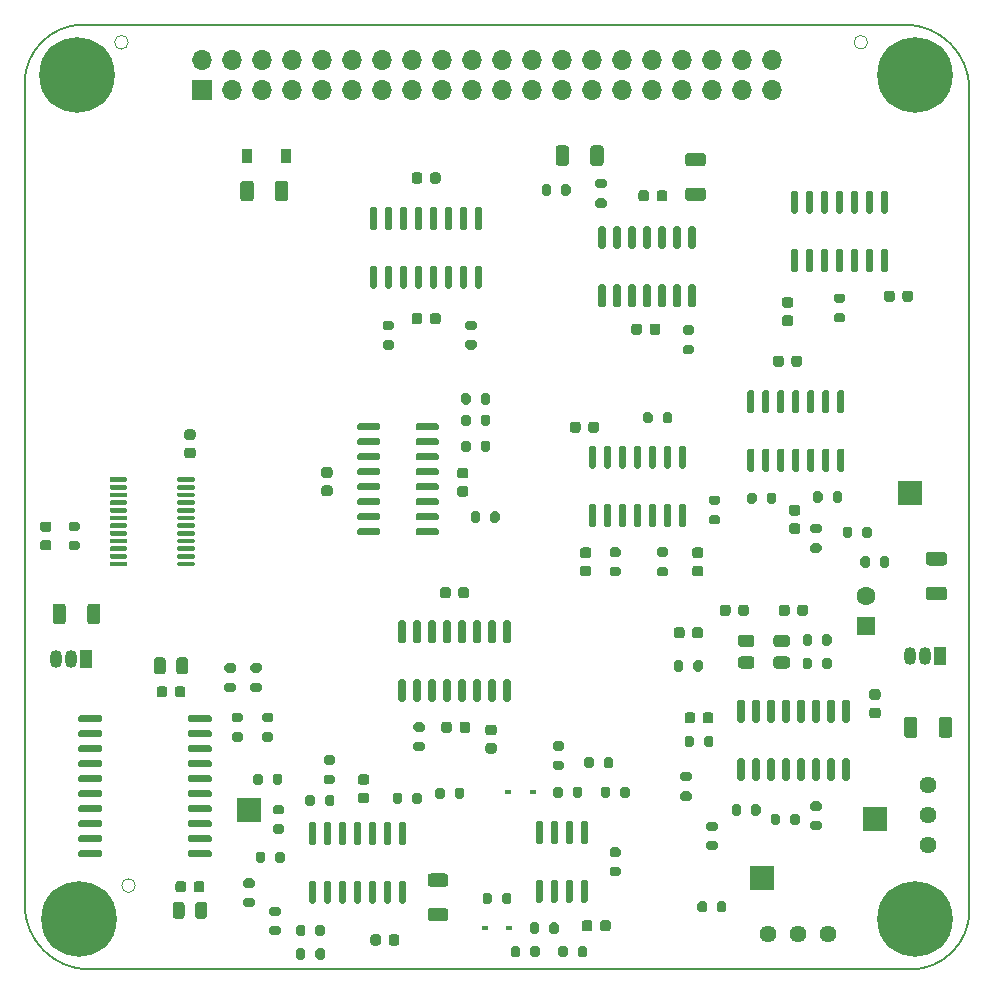
<source format=gbr>
G04 #@! TF.GenerationSoftware,KiCad,Pcbnew,(5.1.12-1-10_14)*
G04 #@! TF.CreationDate,2022-03-12T00:20:55-08:00*
G04 #@! TF.ProjectId,as3340,61733333-3430-42e6-9b69-6361645f7063,rev?*
G04 #@! TF.SameCoordinates,Original*
G04 #@! TF.FileFunction,Soldermask,Top*
G04 #@! TF.FilePolarity,Negative*
%FSLAX46Y46*%
G04 Gerber Fmt 4.6, Leading zero omitted, Abs format (unit mm)*
G04 Created by KiCad (PCBNEW (5.1.12-1-10_14)) date 2022-03-12 00:20:55*
%MOMM*%
%LPD*%
G01*
G04 APERTURE LIST*
G04 #@! TA.AperFunction,Profile*
%ADD10C,0.050000*%
G04 #@! TD*
G04 #@! TA.AperFunction,Profile*
%ADD11C,0.150000*%
G04 #@! TD*
%ADD12R,2.000000X2.000000*%
%ADD13C,1.600000*%
%ADD14R,1.600000X1.600000*%
%ADD15R,0.900000X1.200000*%
%ADD16C,6.400000*%
%ADD17R,1.050000X1.500000*%
%ADD18O,1.050000X1.500000*%
%ADD19O,1.700000X1.700000*%
%ADD20R,1.700000X1.700000*%
%ADD21R,0.600000X0.450000*%
%ADD22C,1.440000*%
G04 APERTURE END LIST*
D10*
X76376000Y-98400000D02*
G75*
G03*
X76376000Y-98400000I-576000J0D01*
G01*
X138376000Y-27000000D02*
G75*
G03*
X138376000Y-27000000I-576000J0D01*
G01*
X75776000Y-27000000D02*
G75*
G03*
X75776000Y-27000000I-576000J0D01*
G01*
D11*
X147000000Y-100500000D02*
X147000000Y-31000000D01*
X67000000Y-30500000D02*
X67000000Y-100000000D01*
X142000000Y-105500000D02*
X72500000Y-105500000D01*
X72500000Y-105500000D02*
G75*
G02*
X67000000Y-100000000I0J5500000D01*
G01*
X147000000Y-100500000D02*
G75*
G02*
X142000000Y-105500000I-5000000J0D01*
G01*
X72000000Y-25500000D02*
X141500000Y-25500000D01*
X67000000Y-30500000D02*
G75*
G02*
X72000000Y-25500000I5000000J0D01*
G01*
X141500000Y-25500000D02*
G75*
G02*
X147000000Y-31000000I0J-5500000D01*
G01*
D12*
X142000000Y-65200000D03*
G36*
G01*
X79925000Y-64125000D02*
X79925000Y-63925000D01*
G75*
G02*
X80025000Y-63825000I100000J0D01*
G01*
X81300000Y-63825000D01*
G75*
G02*
X81400000Y-63925000I0J-100000D01*
G01*
X81400000Y-64125000D01*
G75*
G02*
X81300000Y-64225000I-100000J0D01*
G01*
X80025000Y-64225000D01*
G75*
G02*
X79925000Y-64125000I0J100000D01*
G01*
G37*
G36*
G01*
X79925000Y-64775000D02*
X79925000Y-64575000D01*
G75*
G02*
X80025000Y-64475000I100000J0D01*
G01*
X81300000Y-64475000D01*
G75*
G02*
X81400000Y-64575000I0J-100000D01*
G01*
X81400000Y-64775000D01*
G75*
G02*
X81300000Y-64875000I-100000J0D01*
G01*
X80025000Y-64875000D01*
G75*
G02*
X79925000Y-64775000I0J100000D01*
G01*
G37*
G36*
G01*
X79925000Y-65425000D02*
X79925000Y-65225000D01*
G75*
G02*
X80025000Y-65125000I100000J0D01*
G01*
X81300000Y-65125000D01*
G75*
G02*
X81400000Y-65225000I0J-100000D01*
G01*
X81400000Y-65425000D01*
G75*
G02*
X81300000Y-65525000I-100000J0D01*
G01*
X80025000Y-65525000D01*
G75*
G02*
X79925000Y-65425000I0J100000D01*
G01*
G37*
G36*
G01*
X79925000Y-66075000D02*
X79925000Y-65875000D01*
G75*
G02*
X80025000Y-65775000I100000J0D01*
G01*
X81300000Y-65775000D01*
G75*
G02*
X81400000Y-65875000I0J-100000D01*
G01*
X81400000Y-66075000D01*
G75*
G02*
X81300000Y-66175000I-100000J0D01*
G01*
X80025000Y-66175000D01*
G75*
G02*
X79925000Y-66075000I0J100000D01*
G01*
G37*
G36*
G01*
X79925000Y-66725000D02*
X79925000Y-66525000D01*
G75*
G02*
X80025000Y-66425000I100000J0D01*
G01*
X81300000Y-66425000D01*
G75*
G02*
X81400000Y-66525000I0J-100000D01*
G01*
X81400000Y-66725000D01*
G75*
G02*
X81300000Y-66825000I-100000J0D01*
G01*
X80025000Y-66825000D01*
G75*
G02*
X79925000Y-66725000I0J100000D01*
G01*
G37*
G36*
G01*
X79925000Y-67375000D02*
X79925000Y-67175000D01*
G75*
G02*
X80025000Y-67075000I100000J0D01*
G01*
X81300000Y-67075000D01*
G75*
G02*
X81400000Y-67175000I0J-100000D01*
G01*
X81400000Y-67375000D01*
G75*
G02*
X81300000Y-67475000I-100000J0D01*
G01*
X80025000Y-67475000D01*
G75*
G02*
X79925000Y-67375000I0J100000D01*
G01*
G37*
G36*
G01*
X79925000Y-68025000D02*
X79925000Y-67825000D01*
G75*
G02*
X80025000Y-67725000I100000J0D01*
G01*
X81300000Y-67725000D01*
G75*
G02*
X81400000Y-67825000I0J-100000D01*
G01*
X81400000Y-68025000D01*
G75*
G02*
X81300000Y-68125000I-100000J0D01*
G01*
X80025000Y-68125000D01*
G75*
G02*
X79925000Y-68025000I0J100000D01*
G01*
G37*
G36*
G01*
X79925000Y-68675000D02*
X79925000Y-68475000D01*
G75*
G02*
X80025000Y-68375000I100000J0D01*
G01*
X81300000Y-68375000D01*
G75*
G02*
X81400000Y-68475000I0J-100000D01*
G01*
X81400000Y-68675000D01*
G75*
G02*
X81300000Y-68775000I-100000J0D01*
G01*
X80025000Y-68775000D01*
G75*
G02*
X79925000Y-68675000I0J100000D01*
G01*
G37*
G36*
G01*
X79925000Y-69325000D02*
X79925000Y-69125000D01*
G75*
G02*
X80025000Y-69025000I100000J0D01*
G01*
X81300000Y-69025000D01*
G75*
G02*
X81400000Y-69125000I0J-100000D01*
G01*
X81400000Y-69325000D01*
G75*
G02*
X81300000Y-69425000I-100000J0D01*
G01*
X80025000Y-69425000D01*
G75*
G02*
X79925000Y-69325000I0J100000D01*
G01*
G37*
G36*
G01*
X79925000Y-69975000D02*
X79925000Y-69775000D01*
G75*
G02*
X80025000Y-69675000I100000J0D01*
G01*
X81300000Y-69675000D01*
G75*
G02*
X81400000Y-69775000I0J-100000D01*
G01*
X81400000Y-69975000D01*
G75*
G02*
X81300000Y-70075000I-100000J0D01*
G01*
X80025000Y-70075000D01*
G75*
G02*
X79925000Y-69975000I0J100000D01*
G01*
G37*
G36*
G01*
X79925000Y-70625000D02*
X79925000Y-70425000D01*
G75*
G02*
X80025000Y-70325000I100000J0D01*
G01*
X81300000Y-70325000D01*
G75*
G02*
X81400000Y-70425000I0J-100000D01*
G01*
X81400000Y-70625000D01*
G75*
G02*
X81300000Y-70725000I-100000J0D01*
G01*
X80025000Y-70725000D01*
G75*
G02*
X79925000Y-70625000I0J100000D01*
G01*
G37*
G36*
G01*
X79925000Y-71275000D02*
X79925000Y-71075000D01*
G75*
G02*
X80025000Y-70975000I100000J0D01*
G01*
X81300000Y-70975000D01*
G75*
G02*
X81400000Y-71075000I0J-100000D01*
G01*
X81400000Y-71275000D01*
G75*
G02*
X81300000Y-71375000I-100000J0D01*
G01*
X80025000Y-71375000D01*
G75*
G02*
X79925000Y-71275000I0J100000D01*
G01*
G37*
G36*
G01*
X74200000Y-71275000D02*
X74200000Y-71075000D01*
G75*
G02*
X74300000Y-70975000I100000J0D01*
G01*
X75575000Y-70975000D01*
G75*
G02*
X75675000Y-71075000I0J-100000D01*
G01*
X75675000Y-71275000D01*
G75*
G02*
X75575000Y-71375000I-100000J0D01*
G01*
X74300000Y-71375000D01*
G75*
G02*
X74200000Y-71275000I0J100000D01*
G01*
G37*
G36*
G01*
X74200000Y-70625000D02*
X74200000Y-70425000D01*
G75*
G02*
X74300000Y-70325000I100000J0D01*
G01*
X75575000Y-70325000D01*
G75*
G02*
X75675000Y-70425000I0J-100000D01*
G01*
X75675000Y-70625000D01*
G75*
G02*
X75575000Y-70725000I-100000J0D01*
G01*
X74300000Y-70725000D01*
G75*
G02*
X74200000Y-70625000I0J100000D01*
G01*
G37*
G36*
G01*
X74200000Y-69975000D02*
X74200000Y-69775000D01*
G75*
G02*
X74300000Y-69675000I100000J0D01*
G01*
X75575000Y-69675000D01*
G75*
G02*
X75675000Y-69775000I0J-100000D01*
G01*
X75675000Y-69975000D01*
G75*
G02*
X75575000Y-70075000I-100000J0D01*
G01*
X74300000Y-70075000D01*
G75*
G02*
X74200000Y-69975000I0J100000D01*
G01*
G37*
G36*
G01*
X74200000Y-69325000D02*
X74200000Y-69125000D01*
G75*
G02*
X74300000Y-69025000I100000J0D01*
G01*
X75575000Y-69025000D01*
G75*
G02*
X75675000Y-69125000I0J-100000D01*
G01*
X75675000Y-69325000D01*
G75*
G02*
X75575000Y-69425000I-100000J0D01*
G01*
X74300000Y-69425000D01*
G75*
G02*
X74200000Y-69325000I0J100000D01*
G01*
G37*
G36*
G01*
X74200000Y-68675000D02*
X74200000Y-68475000D01*
G75*
G02*
X74300000Y-68375000I100000J0D01*
G01*
X75575000Y-68375000D01*
G75*
G02*
X75675000Y-68475000I0J-100000D01*
G01*
X75675000Y-68675000D01*
G75*
G02*
X75575000Y-68775000I-100000J0D01*
G01*
X74300000Y-68775000D01*
G75*
G02*
X74200000Y-68675000I0J100000D01*
G01*
G37*
G36*
G01*
X74200000Y-68025000D02*
X74200000Y-67825000D01*
G75*
G02*
X74300000Y-67725000I100000J0D01*
G01*
X75575000Y-67725000D01*
G75*
G02*
X75675000Y-67825000I0J-100000D01*
G01*
X75675000Y-68025000D01*
G75*
G02*
X75575000Y-68125000I-100000J0D01*
G01*
X74300000Y-68125000D01*
G75*
G02*
X74200000Y-68025000I0J100000D01*
G01*
G37*
G36*
G01*
X74200000Y-67375000D02*
X74200000Y-67175000D01*
G75*
G02*
X74300000Y-67075000I100000J0D01*
G01*
X75575000Y-67075000D01*
G75*
G02*
X75675000Y-67175000I0J-100000D01*
G01*
X75675000Y-67375000D01*
G75*
G02*
X75575000Y-67475000I-100000J0D01*
G01*
X74300000Y-67475000D01*
G75*
G02*
X74200000Y-67375000I0J100000D01*
G01*
G37*
G36*
G01*
X74200000Y-66725000D02*
X74200000Y-66525000D01*
G75*
G02*
X74300000Y-66425000I100000J0D01*
G01*
X75575000Y-66425000D01*
G75*
G02*
X75675000Y-66525000I0J-100000D01*
G01*
X75675000Y-66725000D01*
G75*
G02*
X75575000Y-66825000I-100000J0D01*
G01*
X74300000Y-66825000D01*
G75*
G02*
X74200000Y-66725000I0J100000D01*
G01*
G37*
G36*
G01*
X74200000Y-66075000D02*
X74200000Y-65875000D01*
G75*
G02*
X74300000Y-65775000I100000J0D01*
G01*
X75575000Y-65775000D01*
G75*
G02*
X75675000Y-65875000I0J-100000D01*
G01*
X75675000Y-66075000D01*
G75*
G02*
X75575000Y-66175000I-100000J0D01*
G01*
X74300000Y-66175000D01*
G75*
G02*
X74200000Y-66075000I0J100000D01*
G01*
G37*
G36*
G01*
X74200000Y-65425000D02*
X74200000Y-65225000D01*
G75*
G02*
X74300000Y-65125000I100000J0D01*
G01*
X75575000Y-65125000D01*
G75*
G02*
X75675000Y-65225000I0J-100000D01*
G01*
X75675000Y-65425000D01*
G75*
G02*
X75575000Y-65525000I-100000J0D01*
G01*
X74300000Y-65525000D01*
G75*
G02*
X74200000Y-65425000I0J100000D01*
G01*
G37*
G36*
G01*
X74200000Y-64775000D02*
X74200000Y-64575000D01*
G75*
G02*
X74300000Y-64475000I100000J0D01*
G01*
X75575000Y-64475000D01*
G75*
G02*
X75675000Y-64575000I0J-100000D01*
G01*
X75675000Y-64775000D01*
G75*
G02*
X75575000Y-64875000I-100000J0D01*
G01*
X74300000Y-64875000D01*
G75*
G02*
X74200000Y-64775000I0J100000D01*
G01*
G37*
G36*
G01*
X74200000Y-64125000D02*
X74200000Y-63925000D01*
G75*
G02*
X74300000Y-63825000I100000J0D01*
G01*
X75575000Y-63825000D01*
G75*
G02*
X75675000Y-63925000I0J-100000D01*
G01*
X75675000Y-64125000D01*
G75*
G02*
X75575000Y-64225000I-100000J0D01*
G01*
X74300000Y-64225000D01*
G75*
G02*
X74200000Y-64125000I0J100000D01*
G01*
G37*
G36*
G01*
X79850000Y-80275000D02*
X79850000Y-79325000D01*
G75*
G02*
X80100000Y-79075000I250000J0D01*
G01*
X80600000Y-79075000D01*
G75*
G02*
X80850000Y-79325000I0J-250000D01*
G01*
X80850000Y-80275000D01*
G75*
G02*
X80600000Y-80525000I-250000J0D01*
G01*
X80100000Y-80525000D01*
G75*
G02*
X79850000Y-80275000I0J250000D01*
G01*
G37*
G36*
G01*
X77950000Y-80275000D02*
X77950000Y-79325000D01*
G75*
G02*
X78200000Y-79075000I250000J0D01*
G01*
X78700000Y-79075000D01*
G75*
G02*
X78950000Y-79325000I0J-250000D01*
G01*
X78950000Y-80275000D01*
G75*
G02*
X78700000Y-80525000I-250000J0D01*
G01*
X78200000Y-80525000D01*
G75*
G02*
X77950000Y-80275000I0J250000D01*
G01*
G37*
G36*
G01*
X81450000Y-100975000D02*
X81450000Y-100025000D01*
G75*
G02*
X81700000Y-99775000I250000J0D01*
G01*
X82200000Y-99775000D01*
G75*
G02*
X82450000Y-100025000I0J-250000D01*
G01*
X82450000Y-100975000D01*
G75*
G02*
X82200000Y-101225000I-250000J0D01*
G01*
X81700000Y-101225000D01*
G75*
G02*
X81450000Y-100975000I0J250000D01*
G01*
G37*
G36*
G01*
X79550000Y-100975000D02*
X79550000Y-100025000D01*
G75*
G02*
X79800000Y-99775000I250000J0D01*
G01*
X80300000Y-99775000D01*
G75*
G02*
X80550000Y-100025000I0J-250000D01*
G01*
X80550000Y-100975000D01*
G75*
G02*
X80300000Y-101225000I-250000J0D01*
G01*
X79800000Y-101225000D01*
G75*
G02*
X79550000Y-100975000I0J250000D01*
G01*
G37*
X139000000Y-92800000D03*
X129400000Y-97800000D03*
X86000000Y-92000000D03*
D13*
X138200000Y-73900000D03*
D14*
X138200000Y-76400000D03*
G36*
G01*
X71475000Y-68375000D02*
X70925000Y-68375000D01*
G75*
G02*
X70725000Y-68175000I0J200000D01*
G01*
X70725000Y-67775000D01*
G75*
G02*
X70925000Y-67575000I200000J0D01*
G01*
X71475000Y-67575000D01*
G75*
G02*
X71675000Y-67775000I0J-200000D01*
G01*
X71675000Y-68175000D01*
G75*
G02*
X71475000Y-68375000I-200000J0D01*
G01*
G37*
G36*
G01*
X71475000Y-70025000D02*
X70925000Y-70025000D01*
G75*
G02*
X70725000Y-69825000I0J200000D01*
G01*
X70725000Y-69425000D01*
G75*
G02*
X70925000Y-69225000I200000J0D01*
G01*
X71475000Y-69225000D01*
G75*
G02*
X71675000Y-69425000I0J-200000D01*
G01*
X71675000Y-69825000D01*
G75*
G02*
X71475000Y-70025000I-200000J0D01*
G01*
G37*
G36*
G01*
X69056250Y-68450000D02*
X68543750Y-68450000D01*
G75*
G02*
X68325000Y-68231250I0J218750D01*
G01*
X68325000Y-67793750D01*
G75*
G02*
X68543750Y-67575000I218750J0D01*
G01*
X69056250Y-67575000D01*
G75*
G02*
X69275000Y-67793750I0J-218750D01*
G01*
X69275000Y-68231250D01*
G75*
G02*
X69056250Y-68450000I-218750J0D01*
G01*
G37*
G36*
G01*
X69056250Y-70025000D02*
X68543750Y-70025000D01*
G75*
G02*
X68325000Y-69806250I0J218750D01*
G01*
X68325000Y-69368750D01*
G75*
G02*
X68543750Y-69150000I218750J0D01*
G01*
X69056250Y-69150000D01*
G75*
G02*
X69275000Y-69368750I0J-218750D01*
G01*
X69275000Y-69806250D01*
G75*
G02*
X69056250Y-70025000I-218750J0D01*
G01*
G37*
G36*
G01*
X97525000Y-52225000D02*
X98075000Y-52225000D01*
G75*
G02*
X98275000Y-52425000I0J-200000D01*
G01*
X98275000Y-52825000D01*
G75*
G02*
X98075000Y-53025000I-200000J0D01*
G01*
X97525000Y-53025000D01*
G75*
G02*
X97325000Y-52825000I0J200000D01*
G01*
X97325000Y-52425000D01*
G75*
G02*
X97525000Y-52225000I200000J0D01*
G01*
G37*
G36*
G01*
X97525000Y-50575000D02*
X98075000Y-50575000D01*
G75*
G02*
X98275000Y-50775000I0J-200000D01*
G01*
X98275000Y-51175000D01*
G75*
G02*
X98075000Y-51375000I-200000J0D01*
G01*
X97525000Y-51375000D01*
G75*
G02*
X97325000Y-51175000I0J200000D01*
G01*
X97325000Y-50775000D01*
G75*
G02*
X97525000Y-50575000I200000J0D01*
G01*
G37*
G36*
G01*
X107695000Y-80900000D02*
X107995000Y-80900000D01*
G75*
G02*
X108145000Y-81050000I0J-150000D01*
G01*
X108145000Y-82700000D01*
G75*
G02*
X107995000Y-82850000I-150000J0D01*
G01*
X107695000Y-82850000D01*
G75*
G02*
X107545000Y-82700000I0J150000D01*
G01*
X107545000Y-81050000D01*
G75*
G02*
X107695000Y-80900000I150000J0D01*
G01*
G37*
G36*
G01*
X106425000Y-80900000D02*
X106725000Y-80900000D01*
G75*
G02*
X106875000Y-81050000I0J-150000D01*
G01*
X106875000Y-82700000D01*
G75*
G02*
X106725000Y-82850000I-150000J0D01*
G01*
X106425000Y-82850000D01*
G75*
G02*
X106275000Y-82700000I0J150000D01*
G01*
X106275000Y-81050000D01*
G75*
G02*
X106425000Y-80900000I150000J0D01*
G01*
G37*
G36*
G01*
X105155000Y-80900000D02*
X105455000Y-80900000D01*
G75*
G02*
X105605000Y-81050000I0J-150000D01*
G01*
X105605000Y-82700000D01*
G75*
G02*
X105455000Y-82850000I-150000J0D01*
G01*
X105155000Y-82850000D01*
G75*
G02*
X105005000Y-82700000I0J150000D01*
G01*
X105005000Y-81050000D01*
G75*
G02*
X105155000Y-80900000I150000J0D01*
G01*
G37*
G36*
G01*
X103885000Y-80900000D02*
X104185000Y-80900000D01*
G75*
G02*
X104335000Y-81050000I0J-150000D01*
G01*
X104335000Y-82700000D01*
G75*
G02*
X104185000Y-82850000I-150000J0D01*
G01*
X103885000Y-82850000D01*
G75*
G02*
X103735000Y-82700000I0J150000D01*
G01*
X103735000Y-81050000D01*
G75*
G02*
X103885000Y-80900000I150000J0D01*
G01*
G37*
G36*
G01*
X102615000Y-80900000D02*
X102915000Y-80900000D01*
G75*
G02*
X103065000Y-81050000I0J-150000D01*
G01*
X103065000Y-82700000D01*
G75*
G02*
X102915000Y-82850000I-150000J0D01*
G01*
X102615000Y-82850000D01*
G75*
G02*
X102465000Y-82700000I0J150000D01*
G01*
X102465000Y-81050000D01*
G75*
G02*
X102615000Y-80900000I150000J0D01*
G01*
G37*
G36*
G01*
X101345000Y-80900000D02*
X101645000Y-80900000D01*
G75*
G02*
X101795000Y-81050000I0J-150000D01*
G01*
X101795000Y-82700000D01*
G75*
G02*
X101645000Y-82850000I-150000J0D01*
G01*
X101345000Y-82850000D01*
G75*
G02*
X101195000Y-82700000I0J150000D01*
G01*
X101195000Y-81050000D01*
G75*
G02*
X101345000Y-80900000I150000J0D01*
G01*
G37*
G36*
G01*
X100075000Y-80900000D02*
X100375000Y-80900000D01*
G75*
G02*
X100525000Y-81050000I0J-150000D01*
G01*
X100525000Y-82700000D01*
G75*
G02*
X100375000Y-82850000I-150000J0D01*
G01*
X100075000Y-82850000D01*
G75*
G02*
X99925000Y-82700000I0J150000D01*
G01*
X99925000Y-81050000D01*
G75*
G02*
X100075000Y-80900000I150000J0D01*
G01*
G37*
G36*
G01*
X98805000Y-80900000D02*
X99105000Y-80900000D01*
G75*
G02*
X99255000Y-81050000I0J-150000D01*
G01*
X99255000Y-82700000D01*
G75*
G02*
X99105000Y-82850000I-150000J0D01*
G01*
X98805000Y-82850000D01*
G75*
G02*
X98655000Y-82700000I0J150000D01*
G01*
X98655000Y-81050000D01*
G75*
G02*
X98805000Y-80900000I150000J0D01*
G01*
G37*
G36*
G01*
X98805000Y-75950000D02*
X99105000Y-75950000D01*
G75*
G02*
X99255000Y-76100000I0J-150000D01*
G01*
X99255000Y-77750000D01*
G75*
G02*
X99105000Y-77900000I-150000J0D01*
G01*
X98805000Y-77900000D01*
G75*
G02*
X98655000Y-77750000I0J150000D01*
G01*
X98655000Y-76100000D01*
G75*
G02*
X98805000Y-75950000I150000J0D01*
G01*
G37*
G36*
G01*
X100075000Y-75950000D02*
X100375000Y-75950000D01*
G75*
G02*
X100525000Y-76100000I0J-150000D01*
G01*
X100525000Y-77750000D01*
G75*
G02*
X100375000Y-77900000I-150000J0D01*
G01*
X100075000Y-77900000D01*
G75*
G02*
X99925000Y-77750000I0J150000D01*
G01*
X99925000Y-76100000D01*
G75*
G02*
X100075000Y-75950000I150000J0D01*
G01*
G37*
G36*
G01*
X101345000Y-75950000D02*
X101645000Y-75950000D01*
G75*
G02*
X101795000Y-76100000I0J-150000D01*
G01*
X101795000Y-77750000D01*
G75*
G02*
X101645000Y-77900000I-150000J0D01*
G01*
X101345000Y-77900000D01*
G75*
G02*
X101195000Y-77750000I0J150000D01*
G01*
X101195000Y-76100000D01*
G75*
G02*
X101345000Y-75950000I150000J0D01*
G01*
G37*
G36*
G01*
X102615000Y-75950000D02*
X102915000Y-75950000D01*
G75*
G02*
X103065000Y-76100000I0J-150000D01*
G01*
X103065000Y-77750000D01*
G75*
G02*
X102915000Y-77900000I-150000J0D01*
G01*
X102615000Y-77900000D01*
G75*
G02*
X102465000Y-77750000I0J150000D01*
G01*
X102465000Y-76100000D01*
G75*
G02*
X102615000Y-75950000I150000J0D01*
G01*
G37*
G36*
G01*
X103885000Y-75950000D02*
X104185000Y-75950000D01*
G75*
G02*
X104335000Y-76100000I0J-150000D01*
G01*
X104335000Y-77750000D01*
G75*
G02*
X104185000Y-77900000I-150000J0D01*
G01*
X103885000Y-77900000D01*
G75*
G02*
X103735000Y-77750000I0J150000D01*
G01*
X103735000Y-76100000D01*
G75*
G02*
X103885000Y-75950000I150000J0D01*
G01*
G37*
G36*
G01*
X105155000Y-75950000D02*
X105455000Y-75950000D01*
G75*
G02*
X105605000Y-76100000I0J-150000D01*
G01*
X105605000Y-77750000D01*
G75*
G02*
X105455000Y-77900000I-150000J0D01*
G01*
X105155000Y-77900000D01*
G75*
G02*
X105005000Y-77750000I0J150000D01*
G01*
X105005000Y-76100000D01*
G75*
G02*
X105155000Y-75950000I150000J0D01*
G01*
G37*
G36*
G01*
X106425000Y-75950000D02*
X106725000Y-75950000D01*
G75*
G02*
X106875000Y-76100000I0J-150000D01*
G01*
X106875000Y-77750000D01*
G75*
G02*
X106725000Y-77900000I-150000J0D01*
G01*
X106425000Y-77900000D01*
G75*
G02*
X106275000Y-77750000I0J150000D01*
G01*
X106275000Y-76100000D01*
G75*
G02*
X106425000Y-75950000I150000J0D01*
G01*
G37*
G36*
G01*
X107695000Y-75950000D02*
X107995000Y-75950000D01*
G75*
G02*
X108145000Y-76100000I0J-150000D01*
G01*
X108145000Y-77750000D01*
G75*
G02*
X107995000Y-77900000I-150000J0D01*
G01*
X107695000Y-77900000D01*
G75*
G02*
X107545000Y-77750000I0J150000D01*
G01*
X107545000Y-76100000D01*
G75*
G02*
X107695000Y-75950000I150000J0D01*
G01*
G37*
G36*
G01*
X122560000Y-66100000D02*
X122860000Y-66100000D01*
G75*
G02*
X123010000Y-66250000I0J-150000D01*
G01*
X123010000Y-67900000D01*
G75*
G02*
X122860000Y-68050000I-150000J0D01*
G01*
X122560000Y-68050000D01*
G75*
G02*
X122410000Y-67900000I0J150000D01*
G01*
X122410000Y-66250000D01*
G75*
G02*
X122560000Y-66100000I150000J0D01*
G01*
G37*
G36*
G01*
X121290000Y-66100000D02*
X121590000Y-66100000D01*
G75*
G02*
X121740000Y-66250000I0J-150000D01*
G01*
X121740000Y-67900000D01*
G75*
G02*
X121590000Y-68050000I-150000J0D01*
G01*
X121290000Y-68050000D01*
G75*
G02*
X121140000Y-67900000I0J150000D01*
G01*
X121140000Y-66250000D01*
G75*
G02*
X121290000Y-66100000I150000J0D01*
G01*
G37*
G36*
G01*
X120020000Y-66100000D02*
X120320000Y-66100000D01*
G75*
G02*
X120470000Y-66250000I0J-150000D01*
G01*
X120470000Y-67900000D01*
G75*
G02*
X120320000Y-68050000I-150000J0D01*
G01*
X120020000Y-68050000D01*
G75*
G02*
X119870000Y-67900000I0J150000D01*
G01*
X119870000Y-66250000D01*
G75*
G02*
X120020000Y-66100000I150000J0D01*
G01*
G37*
G36*
G01*
X118750000Y-66100000D02*
X119050000Y-66100000D01*
G75*
G02*
X119200000Y-66250000I0J-150000D01*
G01*
X119200000Y-67900000D01*
G75*
G02*
X119050000Y-68050000I-150000J0D01*
G01*
X118750000Y-68050000D01*
G75*
G02*
X118600000Y-67900000I0J150000D01*
G01*
X118600000Y-66250000D01*
G75*
G02*
X118750000Y-66100000I150000J0D01*
G01*
G37*
G36*
G01*
X117480000Y-66100000D02*
X117780000Y-66100000D01*
G75*
G02*
X117930000Y-66250000I0J-150000D01*
G01*
X117930000Y-67900000D01*
G75*
G02*
X117780000Y-68050000I-150000J0D01*
G01*
X117480000Y-68050000D01*
G75*
G02*
X117330000Y-67900000I0J150000D01*
G01*
X117330000Y-66250000D01*
G75*
G02*
X117480000Y-66100000I150000J0D01*
G01*
G37*
G36*
G01*
X116210000Y-66100000D02*
X116510000Y-66100000D01*
G75*
G02*
X116660000Y-66250000I0J-150000D01*
G01*
X116660000Y-67900000D01*
G75*
G02*
X116510000Y-68050000I-150000J0D01*
G01*
X116210000Y-68050000D01*
G75*
G02*
X116060000Y-67900000I0J150000D01*
G01*
X116060000Y-66250000D01*
G75*
G02*
X116210000Y-66100000I150000J0D01*
G01*
G37*
G36*
G01*
X114940000Y-66100000D02*
X115240000Y-66100000D01*
G75*
G02*
X115390000Y-66250000I0J-150000D01*
G01*
X115390000Y-67900000D01*
G75*
G02*
X115240000Y-68050000I-150000J0D01*
G01*
X114940000Y-68050000D01*
G75*
G02*
X114790000Y-67900000I0J150000D01*
G01*
X114790000Y-66250000D01*
G75*
G02*
X114940000Y-66100000I150000J0D01*
G01*
G37*
G36*
G01*
X114940000Y-61150000D02*
X115240000Y-61150000D01*
G75*
G02*
X115390000Y-61300000I0J-150000D01*
G01*
X115390000Y-62950000D01*
G75*
G02*
X115240000Y-63100000I-150000J0D01*
G01*
X114940000Y-63100000D01*
G75*
G02*
X114790000Y-62950000I0J150000D01*
G01*
X114790000Y-61300000D01*
G75*
G02*
X114940000Y-61150000I150000J0D01*
G01*
G37*
G36*
G01*
X116210000Y-61150000D02*
X116510000Y-61150000D01*
G75*
G02*
X116660000Y-61300000I0J-150000D01*
G01*
X116660000Y-62950000D01*
G75*
G02*
X116510000Y-63100000I-150000J0D01*
G01*
X116210000Y-63100000D01*
G75*
G02*
X116060000Y-62950000I0J150000D01*
G01*
X116060000Y-61300000D01*
G75*
G02*
X116210000Y-61150000I150000J0D01*
G01*
G37*
G36*
G01*
X117480000Y-61150000D02*
X117780000Y-61150000D01*
G75*
G02*
X117930000Y-61300000I0J-150000D01*
G01*
X117930000Y-62950000D01*
G75*
G02*
X117780000Y-63100000I-150000J0D01*
G01*
X117480000Y-63100000D01*
G75*
G02*
X117330000Y-62950000I0J150000D01*
G01*
X117330000Y-61300000D01*
G75*
G02*
X117480000Y-61150000I150000J0D01*
G01*
G37*
G36*
G01*
X118750000Y-61150000D02*
X119050000Y-61150000D01*
G75*
G02*
X119200000Y-61300000I0J-150000D01*
G01*
X119200000Y-62950000D01*
G75*
G02*
X119050000Y-63100000I-150000J0D01*
G01*
X118750000Y-63100000D01*
G75*
G02*
X118600000Y-62950000I0J150000D01*
G01*
X118600000Y-61300000D01*
G75*
G02*
X118750000Y-61150000I150000J0D01*
G01*
G37*
G36*
G01*
X120020000Y-61150000D02*
X120320000Y-61150000D01*
G75*
G02*
X120470000Y-61300000I0J-150000D01*
G01*
X120470000Y-62950000D01*
G75*
G02*
X120320000Y-63100000I-150000J0D01*
G01*
X120020000Y-63100000D01*
G75*
G02*
X119870000Y-62950000I0J150000D01*
G01*
X119870000Y-61300000D01*
G75*
G02*
X120020000Y-61150000I150000J0D01*
G01*
G37*
G36*
G01*
X121290000Y-61150000D02*
X121590000Y-61150000D01*
G75*
G02*
X121740000Y-61300000I0J-150000D01*
G01*
X121740000Y-62950000D01*
G75*
G02*
X121590000Y-63100000I-150000J0D01*
G01*
X121290000Y-63100000D01*
G75*
G02*
X121140000Y-62950000I0J150000D01*
G01*
X121140000Y-61300000D01*
G75*
G02*
X121290000Y-61150000I150000J0D01*
G01*
G37*
G36*
G01*
X122560000Y-61150000D02*
X122860000Y-61150000D01*
G75*
G02*
X123010000Y-61300000I0J-150000D01*
G01*
X123010000Y-62950000D01*
G75*
G02*
X122860000Y-63100000I-150000J0D01*
G01*
X122560000Y-63100000D01*
G75*
G02*
X122410000Y-62950000I0J150000D01*
G01*
X122410000Y-61300000D01*
G75*
G02*
X122560000Y-61150000I150000J0D01*
G01*
G37*
G36*
G01*
X100100000Y-59705000D02*
X100100000Y-59405000D01*
G75*
G02*
X100250000Y-59255000I150000J0D01*
G01*
X101900000Y-59255000D01*
G75*
G02*
X102050000Y-59405000I0J-150000D01*
G01*
X102050000Y-59705000D01*
G75*
G02*
X101900000Y-59855000I-150000J0D01*
G01*
X100250000Y-59855000D01*
G75*
G02*
X100100000Y-59705000I0J150000D01*
G01*
G37*
G36*
G01*
X100100000Y-60975000D02*
X100100000Y-60675000D01*
G75*
G02*
X100250000Y-60525000I150000J0D01*
G01*
X101900000Y-60525000D01*
G75*
G02*
X102050000Y-60675000I0J-150000D01*
G01*
X102050000Y-60975000D01*
G75*
G02*
X101900000Y-61125000I-150000J0D01*
G01*
X100250000Y-61125000D01*
G75*
G02*
X100100000Y-60975000I0J150000D01*
G01*
G37*
G36*
G01*
X100100000Y-62245000D02*
X100100000Y-61945000D01*
G75*
G02*
X100250000Y-61795000I150000J0D01*
G01*
X101900000Y-61795000D01*
G75*
G02*
X102050000Y-61945000I0J-150000D01*
G01*
X102050000Y-62245000D01*
G75*
G02*
X101900000Y-62395000I-150000J0D01*
G01*
X100250000Y-62395000D01*
G75*
G02*
X100100000Y-62245000I0J150000D01*
G01*
G37*
G36*
G01*
X100100000Y-63515000D02*
X100100000Y-63215000D01*
G75*
G02*
X100250000Y-63065000I150000J0D01*
G01*
X101900000Y-63065000D01*
G75*
G02*
X102050000Y-63215000I0J-150000D01*
G01*
X102050000Y-63515000D01*
G75*
G02*
X101900000Y-63665000I-150000J0D01*
G01*
X100250000Y-63665000D01*
G75*
G02*
X100100000Y-63515000I0J150000D01*
G01*
G37*
G36*
G01*
X100100000Y-64785000D02*
X100100000Y-64485000D01*
G75*
G02*
X100250000Y-64335000I150000J0D01*
G01*
X101900000Y-64335000D01*
G75*
G02*
X102050000Y-64485000I0J-150000D01*
G01*
X102050000Y-64785000D01*
G75*
G02*
X101900000Y-64935000I-150000J0D01*
G01*
X100250000Y-64935000D01*
G75*
G02*
X100100000Y-64785000I0J150000D01*
G01*
G37*
G36*
G01*
X100100000Y-66055000D02*
X100100000Y-65755000D01*
G75*
G02*
X100250000Y-65605000I150000J0D01*
G01*
X101900000Y-65605000D01*
G75*
G02*
X102050000Y-65755000I0J-150000D01*
G01*
X102050000Y-66055000D01*
G75*
G02*
X101900000Y-66205000I-150000J0D01*
G01*
X100250000Y-66205000D01*
G75*
G02*
X100100000Y-66055000I0J150000D01*
G01*
G37*
G36*
G01*
X100100000Y-67325000D02*
X100100000Y-67025000D01*
G75*
G02*
X100250000Y-66875000I150000J0D01*
G01*
X101900000Y-66875000D01*
G75*
G02*
X102050000Y-67025000I0J-150000D01*
G01*
X102050000Y-67325000D01*
G75*
G02*
X101900000Y-67475000I-150000J0D01*
G01*
X100250000Y-67475000D01*
G75*
G02*
X100100000Y-67325000I0J150000D01*
G01*
G37*
G36*
G01*
X100100000Y-68595000D02*
X100100000Y-68295000D01*
G75*
G02*
X100250000Y-68145000I150000J0D01*
G01*
X101900000Y-68145000D01*
G75*
G02*
X102050000Y-68295000I0J-150000D01*
G01*
X102050000Y-68595000D01*
G75*
G02*
X101900000Y-68745000I-150000J0D01*
G01*
X100250000Y-68745000D01*
G75*
G02*
X100100000Y-68595000I0J150000D01*
G01*
G37*
G36*
G01*
X95150000Y-68595000D02*
X95150000Y-68295000D01*
G75*
G02*
X95300000Y-68145000I150000J0D01*
G01*
X96950000Y-68145000D01*
G75*
G02*
X97100000Y-68295000I0J-150000D01*
G01*
X97100000Y-68595000D01*
G75*
G02*
X96950000Y-68745000I-150000J0D01*
G01*
X95300000Y-68745000D01*
G75*
G02*
X95150000Y-68595000I0J150000D01*
G01*
G37*
G36*
G01*
X95150000Y-67325000D02*
X95150000Y-67025000D01*
G75*
G02*
X95300000Y-66875000I150000J0D01*
G01*
X96950000Y-66875000D01*
G75*
G02*
X97100000Y-67025000I0J-150000D01*
G01*
X97100000Y-67325000D01*
G75*
G02*
X96950000Y-67475000I-150000J0D01*
G01*
X95300000Y-67475000D01*
G75*
G02*
X95150000Y-67325000I0J150000D01*
G01*
G37*
G36*
G01*
X95150000Y-66055000D02*
X95150000Y-65755000D01*
G75*
G02*
X95300000Y-65605000I150000J0D01*
G01*
X96950000Y-65605000D01*
G75*
G02*
X97100000Y-65755000I0J-150000D01*
G01*
X97100000Y-66055000D01*
G75*
G02*
X96950000Y-66205000I-150000J0D01*
G01*
X95300000Y-66205000D01*
G75*
G02*
X95150000Y-66055000I0J150000D01*
G01*
G37*
G36*
G01*
X95150000Y-64785000D02*
X95150000Y-64485000D01*
G75*
G02*
X95300000Y-64335000I150000J0D01*
G01*
X96950000Y-64335000D01*
G75*
G02*
X97100000Y-64485000I0J-150000D01*
G01*
X97100000Y-64785000D01*
G75*
G02*
X96950000Y-64935000I-150000J0D01*
G01*
X95300000Y-64935000D01*
G75*
G02*
X95150000Y-64785000I0J150000D01*
G01*
G37*
G36*
G01*
X95150000Y-63515000D02*
X95150000Y-63215000D01*
G75*
G02*
X95300000Y-63065000I150000J0D01*
G01*
X96950000Y-63065000D01*
G75*
G02*
X97100000Y-63215000I0J-150000D01*
G01*
X97100000Y-63515000D01*
G75*
G02*
X96950000Y-63665000I-150000J0D01*
G01*
X95300000Y-63665000D01*
G75*
G02*
X95150000Y-63515000I0J150000D01*
G01*
G37*
G36*
G01*
X95150000Y-62245000D02*
X95150000Y-61945000D01*
G75*
G02*
X95300000Y-61795000I150000J0D01*
G01*
X96950000Y-61795000D01*
G75*
G02*
X97100000Y-61945000I0J-150000D01*
G01*
X97100000Y-62245000D01*
G75*
G02*
X96950000Y-62395000I-150000J0D01*
G01*
X95300000Y-62395000D01*
G75*
G02*
X95150000Y-62245000I0J150000D01*
G01*
G37*
G36*
G01*
X95150000Y-60975000D02*
X95150000Y-60675000D01*
G75*
G02*
X95300000Y-60525000I150000J0D01*
G01*
X96950000Y-60525000D01*
G75*
G02*
X97100000Y-60675000I0J-150000D01*
G01*
X97100000Y-60975000D01*
G75*
G02*
X96950000Y-61125000I-150000J0D01*
G01*
X95300000Y-61125000D01*
G75*
G02*
X95150000Y-60975000I0J150000D01*
G01*
G37*
G36*
G01*
X95150000Y-59705000D02*
X95150000Y-59405000D01*
G75*
G02*
X95300000Y-59255000I150000J0D01*
G01*
X96950000Y-59255000D01*
G75*
G02*
X97100000Y-59405000I0J-150000D01*
G01*
X97100000Y-59705000D01*
G75*
G02*
X96950000Y-59855000I-150000J0D01*
G01*
X95300000Y-59855000D01*
G75*
G02*
X95150000Y-59705000I0J150000D01*
G01*
G37*
G36*
G01*
X113100000Y-35974999D02*
X113100000Y-37225001D01*
G75*
G02*
X112850001Y-37475000I-249999J0D01*
G01*
X112224999Y-37475000D01*
G75*
G02*
X111975000Y-37225001I0J249999D01*
G01*
X111975000Y-35974999D01*
G75*
G02*
X112224999Y-35725000I249999J0D01*
G01*
X112850001Y-35725000D01*
G75*
G02*
X113100000Y-35974999I0J-249999D01*
G01*
G37*
G36*
G01*
X116025000Y-35974999D02*
X116025000Y-37225001D01*
G75*
G02*
X115775001Y-37475000I-249999J0D01*
G01*
X115149999Y-37475000D01*
G75*
G02*
X114900000Y-37225001I0J249999D01*
G01*
X114900000Y-35974999D01*
G75*
G02*
X115149999Y-35725000I249999J0D01*
G01*
X115775001Y-35725000D01*
G75*
G02*
X116025000Y-35974999I0J-249999D01*
G01*
G37*
G36*
G01*
X124425001Y-37500000D02*
X123174999Y-37500000D01*
G75*
G02*
X122925000Y-37250001I0J249999D01*
G01*
X122925000Y-36624999D01*
G75*
G02*
X123174999Y-36375000I249999J0D01*
G01*
X124425001Y-36375000D01*
G75*
G02*
X124675000Y-36624999I0J-249999D01*
G01*
X124675000Y-37250001D01*
G75*
G02*
X124425001Y-37500000I-249999J0D01*
G01*
G37*
G36*
G01*
X124425001Y-40425000D02*
X123174999Y-40425000D01*
G75*
G02*
X122925000Y-40175001I0J249999D01*
G01*
X122925000Y-39549999D01*
G75*
G02*
X123174999Y-39300000I249999J0D01*
G01*
X124425001Y-39300000D01*
G75*
G02*
X124675000Y-39549999I0J-249999D01*
G01*
X124675000Y-40175001D01*
G75*
G02*
X124425001Y-40425000I-249999J0D01*
G01*
G37*
G36*
G01*
X104525000Y-52225000D02*
X105075000Y-52225000D01*
G75*
G02*
X105275000Y-52425000I0J-200000D01*
G01*
X105275000Y-52825000D01*
G75*
G02*
X105075000Y-53025000I-200000J0D01*
G01*
X104525000Y-53025000D01*
G75*
G02*
X104325000Y-52825000I0J200000D01*
G01*
X104325000Y-52425000D01*
G75*
G02*
X104525000Y-52225000I200000J0D01*
G01*
G37*
G36*
G01*
X104525000Y-50575000D02*
X105075000Y-50575000D01*
G75*
G02*
X105275000Y-50775000I0J-200000D01*
G01*
X105275000Y-51175000D01*
G75*
G02*
X105075000Y-51375000I-200000J0D01*
G01*
X104525000Y-51375000D01*
G75*
G02*
X104325000Y-51175000I0J200000D01*
G01*
X104325000Y-50775000D01*
G75*
G02*
X104525000Y-50575000I200000J0D01*
G01*
G37*
G36*
G01*
X106425000Y-67475000D02*
X106425000Y-66925000D01*
G75*
G02*
X106625000Y-66725000I200000J0D01*
G01*
X107025000Y-66725000D01*
G75*
G02*
X107225000Y-66925000I0J-200000D01*
G01*
X107225000Y-67475000D01*
G75*
G02*
X107025000Y-67675000I-200000J0D01*
G01*
X106625000Y-67675000D01*
G75*
G02*
X106425000Y-67475000I0J200000D01*
G01*
G37*
G36*
G01*
X104775000Y-67475000D02*
X104775000Y-66925000D01*
G75*
G02*
X104975000Y-66725000I200000J0D01*
G01*
X105375000Y-66725000D01*
G75*
G02*
X105575000Y-66925000I0J-200000D01*
G01*
X105575000Y-67475000D01*
G75*
G02*
X105375000Y-67675000I-200000J0D01*
G01*
X104975000Y-67675000D01*
G75*
G02*
X104775000Y-67475000I0J200000D01*
G01*
G37*
G36*
G01*
X122925000Y-52625000D02*
X123475000Y-52625000D01*
G75*
G02*
X123675000Y-52825000I0J-200000D01*
G01*
X123675000Y-53225000D01*
G75*
G02*
X123475000Y-53425000I-200000J0D01*
G01*
X122925000Y-53425000D01*
G75*
G02*
X122725000Y-53225000I0J200000D01*
G01*
X122725000Y-52825000D01*
G75*
G02*
X122925000Y-52625000I200000J0D01*
G01*
G37*
G36*
G01*
X122925000Y-50975000D02*
X123475000Y-50975000D01*
G75*
G02*
X123675000Y-51175000I0J-200000D01*
G01*
X123675000Y-51575000D01*
G75*
G02*
X123475000Y-51775000I-200000J0D01*
G01*
X122925000Y-51775000D01*
G75*
G02*
X122725000Y-51575000I0J200000D01*
G01*
X122725000Y-51175000D01*
G75*
G02*
X122925000Y-50975000I200000J0D01*
G01*
G37*
G36*
G01*
X105625000Y-61475000D02*
X105625000Y-60925000D01*
G75*
G02*
X105825000Y-60725000I200000J0D01*
G01*
X106225000Y-60725000D01*
G75*
G02*
X106425000Y-60925000I0J-200000D01*
G01*
X106425000Y-61475000D01*
G75*
G02*
X106225000Y-61675000I-200000J0D01*
G01*
X105825000Y-61675000D01*
G75*
G02*
X105625000Y-61475000I0J200000D01*
G01*
G37*
G36*
G01*
X103975000Y-61475000D02*
X103975000Y-60925000D01*
G75*
G02*
X104175000Y-60725000I200000J0D01*
G01*
X104575000Y-60725000D01*
G75*
G02*
X104775000Y-60925000I0J-200000D01*
G01*
X104775000Y-61475000D01*
G75*
G02*
X104575000Y-61675000I-200000J0D01*
G01*
X104175000Y-61675000D01*
G75*
G02*
X103975000Y-61475000I0J200000D01*
G01*
G37*
G36*
G01*
X121025000Y-59075000D02*
X121025000Y-58525000D01*
G75*
G02*
X121225000Y-58325000I200000J0D01*
G01*
X121625000Y-58325000D01*
G75*
G02*
X121825000Y-58525000I0J-200000D01*
G01*
X121825000Y-59075000D01*
G75*
G02*
X121625000Y-59275000I-200000J0D01*
G01*
X121225000Y-59275000D01*
G75*
G02*
X121025000Y-59075000I0J200000D01*
G01*
G37*
G36*
G01*
X119375000Y-59075000D02*
X119375000Y-58525000D01*
G75*
G02*
X119575000Y-58325000I200000J0D01*
G01*
X119975000Y-58325000D01*
G75*
G02*
X120175000Y-58525000I0J-200000D01*
G01*
X120175000Y-59075000D01*
G75*
G02*
X119975000Y-59275000I-200000J0D01*
G01*
X119575000Y-59275000D01*
G75*
G02*
X119375000Y-59075000I0J200000D01*
G01*
G37*
G36*
G01*
X105625000Y-57475000D02*
X105625000Y-56925000D01*
G75*
G02*
X105825000Y-56725000I200000J0D01*
G01*
X106225000Y-56725000D01*
G75*
G02*
X106425000Y-56925000I0J-200000D01*
G01*
X106425000Y-57475000D01*
G75*
G02*
X106225000Y-57675000I-200000J0D01*
G01*
X105825000Y-57675000D01*
G75*
G02*
X105625000Y-57475000I0J200000D01*
G01*
G37*
G36*
G01*
X103975000Y-57475000D02*
X103975000Y-56925000D01*
G75*
G02*
X104175000Y-56725000I200000J0D01*
G01*
X104575000Y-56725000D01*
G75*
G02*
X104775000Y-56925000I0J-200000D01*
G01*
X104775000Y-57475000D01*
G75*
G02*
X104575000Y-57675000I-200000J0D01*
G01*
X104175000Y-57675000D01*
G75*
G02*
X103975000Y-57475000I0J200000D01*
G01*
G37*
G36*
G01*
X105625000Y-59275000D02*
X105625000Y-58725000D01*
G75*
G02*
X105825000Y-58525000I200000J0D01*
G01*
X106225000Y-58525000D01*
G75*
G02*
X106425000Y-58725000I0J-200000D01*
G01*
X106425000Y-59275000D01*
G75*
G02*
X106225000Y-59475000I-200000J0D01*
G01*
X105825000Y-59475000D01*
G75*
G02*
X105625000Y-59275000I0J200000D01*
G01*
G37*
G36*
G01*
X103975000Y-59275000D02*
X103975000Y-58725000D01*
G75*
G02*
X104175000Y-58525000I200000J0D01*
G01*
X104575000Y-58525000D01*
G75*
G02*
X104775000Y-58725000I0J-200000D01*
G01*
X104775000Y-59275000D01*
G75*
G02*
X104575000Y-59475000I-200000J0D01*
G01*
X104175000Y-59475000D01*
G75*
G02*
X103975000Y-59275000I0J200000D01*
G01*
G37*
G36*
G01*
X125675000Y-66175000D02*
X125125000Y-66175000D01*
G75*
G02*
X124925000Y-65975000I0J200000D01*
G01*
X124925000Y-65575000D01*
G75*
G02*
X125125000Y-65375000I200000J0D01*
G01*
X125675000Y-65375000D01*
G75*
G02*
X125875000Y-65575000I0J-200000D01*
G01*
X125875000Y-65975000D01*
G75*
G02*
X125675000Y-66175000I-200000J0D01*
G01*
G37*
G36*
G01*
X125675000Y-67825000D02*
X125125000Y-67825000D01*
G75*
G02*
X124925000Y-67625000I0J200000D01*
G01*
X124925000Y-67225000D01*
G75*
G02*
X125125000Y-67025000I200000J0D01*
G01*
X125675000Y-67025000D01*
G75*
G02*
X125875000Y-67225000I0J-200000D01*
G01*
X125875000Y-67625000D01*
G75*
G02*
X125675000Y-67825000I-200000J0D01*
G01*
G37*
D15*
X85850000Y-36600000D03*
X89150000Y-36600000D03*
G36*
G01*
X81325000Y-98750000D02*
X81325000Y-98250000D01*
G75*
G02*
X81550000Y-98025000I225000J0D01*
G01*
X82000000Y-98025000D01*
G75*
G02*
X82225000Y-98250000I0J-225000D01*
G01*
X82225000Y-98750000D01*
G75*
G02*
X82000000Y-98975000I-225000J0D01*
G01*
X81550000Y-98975000D01*
G75*
G02*
X81325000Y-98750000I0J225000D01*
G01*
G37*
G36*
G01*
X79775000Y-98750000D02*
X79775000Y-98250000D01*
G75*
G02*
X80000000Y-98025000I225000J0D01*
G01*
X80450000Y-98025000D01*
G75*
G02*
X80675000Y-98250000I0J-225000D01*
G01*
X80675000Y-98750000D01*
G75*
G02*
X80450000Y-98975000I-225000J0D01*
G01*
X80000000Y-98975000D01*
G75*
G02*
X79775000Y-98750000I0J225000D01*
G01*
G37*
D16*
X71600000Y-101200000D03*
G36*
G01*
X80825000Y-84435000D02*
X80825000Y-84135000D01*
G75*
G02*
X80975000Y-83985000I150000J0D01*
G01*
X82725000Y-83985000D01*
G75*
G02*
X82875000Y-84135000I0J-150000D01*
G01*
X82875000Y-84435000D01*
G75*
G02*
X82725000Y-84585000I-150000J0D01*
G01*
X80975000Y-84585000D01*
G75*
G02*
X80825000Y-84435000I0J150000D01*
G01*
G37*
G36*
G01*
X80825000Y-85705000D02*
X80825000Y-85405000D01*
G75*
G02*
X80975000Y-85255000I150000J0D01*
G01*
X82725000Y-85255000D01*
G75*
G02*
X82875000Y-85405000I0J-150000D01*
G01*
X82875000Y-85705000D01*
G75*
G02*
X82725000Y-85855000I-150000J0D01*
G01*
X80975000Y-85855000D01*
G75*
G02*
X80825000Y-85705000I0J150000D01*
G01*
G37*
G36*
G01*
X80825000Y-86975000D02*
X80825000Y-86675000D01*
G75*
G02*
X80975000Y-86525000I150000J0D01*
G01*
X82725000Y-86525000D01*
G75*
G02*
X82875000Y-86675000I0J-150000D01*
G01*
X82875000Y-86975000D01*
G75*
G02*
X82725000Y-87125000I-150000J0D01*
G01*
X80975000Y-87125000D01*
G75*
G02*
X80825000Y-86975000I0J150000D01*
G01*
G37*
G36*
G01*
X80825000Y-88245000D02*
X80825000Y-87945000D01*
G75*
G02*
X80975000Y-87795000I150000J0D01*
G01*
X82725000Y-87795000D01*
G75*
G02*
X82875000Y-87945000I0J-150000D01*
G01*
X82875000Y-88245000D01*
G75*
G02*
X82725000Y-88395000I-150000J0D01*
G01*
X80975000Y-88395000D01*
G75*
G02*
X80825000Y-88245000I0J150000D01*
G01*
G37*
G36*
G01*
X80825000Y-89515000D02*
X80825000Y-89215000D01*
G75*
G02*
X80975000Y-89065000I150000J0D01*
G01*
X82725000Y-89065000D01*
G75*
G02*
X82875000Y-89215000I0J-150000D01*
G01*
X82875000Y-89515000D01*
G75*
G02*
X82725000Y-89665000I-150000J0D01*
G01*
X80975000Y-89665000D01*
G75*
G02*
X80825000Y-89515000I0J150000D01*
G01*
G37*
G36*
G01*
X80825000Y-90785000D02*
X80825000Y-90485000D01*
G75*
G02*
X80975000Y-90335000I150000J0D01*
G01*
X82725000Y-90335000D01*
G75*
G02*
X82875000Y-90485000I0J-150000D01*
G01*
X82875000Y-90785000D01*
G75*
G02*
X82725000Y-90935000I-150000J0D01*
G01*
X80975000Y-90935000D01*
G75*
G02*
X80825000Y-90785000I0J150000D01*
G01*
G37*
G36*
G01*
X80825000Y-92055000D02*
X80825000Y-91755000D01*
G75*
G02*
X80975000Y-91605000I150000J0D01*
G01*
X82725000Y-91605000D01*
G75*
G02*
X82875000Y-91755000I0J-150000D01*
G01*
X82875000Y-92055000D01*
G75*
G02*
X82725000Y-92205000I-150000J0D01*
G01*
X80975000Y-92205000D01*
G75*
G02*
X80825000Y-92055000I0J150000D01*
G01*
G37*
G36*
G01*
X80825000Y-93325000D02*
X80825000Y-93025000D01*
G75*
G02*
X80975000Y-92875000I150000J0D01*
G01*
X82725000Y-92875000D01*
G75*
G02*
X82875000Y-93025000I0J-150000D01*
G01*
X82875000Y-93325000D01*
G75*
G02*
X82725000Y-93475000I-150000J0D01*
G01*
X80975000Y-93475000D01*
G75*
G02*
X80825000Y-93325000I0J150000D01*
G01*
G37*
G36*
G01*
X80825000Y-94595000D02*
X80825000Y-94295000D01*
G75*
G02*
X80975000Y-94145000I150000J0D01*
G01*
X82725000Y-94145000D01*
G75*
G02*
X82875000Y-94295000I0J-150000D01*
G01*
X82875000Y-94595000D01*
G75*
G02*
X82725000Y-94745000I-150000J0D01*
G01*
X80975000Y-94745000D01*
G75*
G02*
X80825000Y-94595000I0J150000D01*
G01*
G37*
G36*
G01*
X80825000Y-95865000D02*
X80825000Y-95565000D01*
G75*
G02*
X80975000Y-95415000I150000J0D01*
G01*
X82725000Y-95415000D01*
G75*
G02*
X82875000Y-95565000I0J-150000D01*
G01*
X82875000Y-95865000D01*
G75*
G02*
X82725000Y-96015000I-150000J0D01*
G01*
X80975000Y-96015000D01*
G75*
G02*
X80825000Y-95865000I0J150000D01*
G01*
G37*
G36*
G01*
X71525000Y-95865000D02*
X71525000Y-95565000D01*
G75*
G02*
X71675000Y-95415000I150000J0D01*
G01*
X73425000Y-95415000D01*
G75*
G02*
X73575000Y-95565000I0J-150000D01*
G01*
X73575000Y-95865000D01*
G75*
G02*
X73425000Y-96015000I-150000J0D01*
G01*
X71675000Y-96015000D01*
G75*
G02*
X71525000Y-95865000I0J150000D01*
G01*
G37*
G36*
G01*
X71525000Y-94595000D02*
X71525000Y-94295000D01*
G75*
G02*
X71675000Y-94145000I150000J0D01*
G01*
X73425000Y-94145000D01*
G75*
G02*
X73575000Y-94295000I0J-150000D01*
G01*
X73575000Y-94595000D01*
G75*
G02*
X73425000Y-94745000I-150000J0D01*
G01*
X71675000Y-94745000D01*
G75*
G02*
X71525000Y-94595000I0J150000D01*
G01*
G37*
G36*
G01*
X71525000Y-93325000D02*
X71525000Y-93025000D01*
G75*
G02*
X71675000Y-92875000I150000J0D01*
G01*
X73425000Y-92875000D01*
G75*
G02*
X73575000Y-93025000I0J-150000D01*
G01*
X73575000Y-93325000D01*
G75*
G02*
X73425000Y-93475000I-150000J0D01*
G01*
X71675000Y-93475000D01*
G75*
G02*
X71525000Y-93325000I0J150000D01*
G01*
G37*
G36*
G01*
X71525000Y-92055000D02*
X71525000Y-91755000D01*
G75*
G02*
X71675000Y-91605000I150000J0D01*
G01*
X73425000Y-91605000D01*
G75*
G02*
X73575000Y-91755000I0J-150000D01*
G01*
X73575000Y-92055000D01*
G75*
G02*
X73425000Y-92205000I-150000J0D01*
G01*
X71675000Y-92205000D01*
G75*
G02*
X71525000Y-92055000I0J150000D01*
G01*
G37*
G36*
G01*
X71525000Y-90785000D02*
X71525000Y-90485000D01*
G75*
G02*
X71675000Y-90335000I150000J0D01*
G01*
X73425000Y-90335000D01*
G75*
G02*
X73575000Y-90485000I0J-150000D01*
G01*
X73575000Y-90785000D01*
G75*
G02*
X73425000Y-90935000I-150000J0D01*
G01*
X71675000Y-90935000D01*
G75*
G02*
X71525000Y-90785000I0J150000D01*
G01*
G37*
G36*
G01*
X71525000Y-89515000D02*
X71525000Y-89215000D01*
G75*
G02*
X71675000Y-89065000I150000J0D01*
G01*
X73425000Y-89065000D01*
G75*
G02*
X73575000Y-89215000I0J-150000D01*
G01*
X73575000Y-89515000D01*
G75*
G02*
X73425000Y-89665000I-150000J0D01*
G01*
X71675000Y-89665000D01*
G75*
G02*
X71525000Y-89515000I0J150000D01*
G01*
G37*
G36*
G01*
X71525000Y-88245000D02*
X71525000Y-87945000D01*
G75*
G02*
X71675000Y-87795000I150000J0D01*
G01*
X73425000Y-87795000D01*
G75*
G02*
X73575000Y-87945000I0J-150000D01*
G01*
X73575000Y-88245000D01*
G75*
G02*
X73425000Y-88395000I-150000J0D01*
G01*
X71675000Y-88395000D01*
G75*
G02*
X71525000Y-88245000I0J150000D01*
G01*
G37*
G36*
G01*
X71525000Y-86975000D02*
X71525000Y-86675000D01*
G75*
G02*
X71675000Y-86525000I150000J0D01*
G01*
X73425000Y-86525000D01*
G75*
G02*
X73575000Y-86675000I0J-150000D01*
G01*
X73575000Y-86975000D01*
G75*
G02*
X73425000Y-87125000I-150000J0D01*
G01*
X71675000Y-87125000D01*
G75*
G02*
X71525000Y-86975000I0J150000D01*
G01*
G37*
G36*
G01*
X71525000Y-85705000D02*
X71525000Y-85405000D01*
G75*
G02*
X71675000Y-85255000I150000J0D01*
G01*
X73425000Y-85255000D01*
G75*
G02*
X73575000Y-85405000I0J-150000D01*
G01*
X73575000Y-85705000D01*
G75*
G02*
X73425000Y-85855000I-150000J0D01*
G01*
X71675000Y-85855000D01*
G75*
G02*
X71525000Y-85705000I0J150000D01*
G01*
G37*
G36*
G01*
X71525000Y-84435000D02*
X71525000Y-84135000D01*
G75*
G02*
X71675000Y-83985000I150000J0D01*
G01*
X73425000Y-83985000D01*
G75*
G02*
X73575000Y-84135000I0J-150000D01*
G01*
X73575000Y-84435000D01*
G75*
G02*
X73425000Y-84585000I-150000J0D01*
G01*
X71675000Y-84585000D01*
G75*
G02*
X71525000Y-84435000I0J150000D01*
G01*
G37*
D17*
X144500000Y-79000000D03*
D18*
X141960000Y-79000000D03*
X143230000Y-79000000D03*
D17*
X72200000Y-79200000D03*
D18*
X69660000Y-79200000D03*
X70930000Y-79200000D03*
G36*
G01*
X116025000Y-88275000D02*
X116025000Y-87725000D01*
G75*
G02*
X116225000Y-87525000I200000J0D01*
G01*
X116625000Y-87525000D01*
G75*
G02*
X116825000Y-87725000I0J-200000D01*
G01*
X116825000Y-88275000D01*
G75*
G02*
X116625000Y-88475000I-200000J0D01*
G01*
X116225000Y-88475000D01*
G75*
G02*
X116025000Y-88275000I0J200000D01*
G01*
G37*
G36*
G01*
X114375000Y-88275000D02*
X114375000Y-87725000D01*
G75*
G02*
X114575000Y-87525000I200000J0D01*
G01*
X114975000Y-87525000D01*
G75*
G02*
X115175000Y-87725000I0J-200000D01*
G01*
X115175000Y-88275000D01*
G75*
G02*
X114975000Y-88475000I-200000J0D01*
G01*
X114575000Y-88475000D01*
G75*
G02*
X114375000Y-88275000I0J200000D01*
G01*
G37*
G36*
G01*
X98975000Y-90725000D02*
X98975000Y-91275000D01*
G75*
G02*
X98775000Y-91475000I-200000J0D01*
G01*
X98375000Y-91475000D01*
G75*
G02*
X98175000Y-91275000I0J200000D01*
G01*
X98175000Y-90725000D01*
G75*
G02*
X98375000Y-90525000I200000J0D01*
G01*
X98775000Y-90525000D01*
G75*
G02*
X98975000Y-90725000I0J-200000D01*
G01*
G37*
G36*
G01*
X100625000Y-90725000D02*
X100625000Y-91275000D01*
G75*
G02*
X100425000Y-91475000I-200000J0D01*
G01*
X100025000Y-91475000D01*
G75*
G02*
X99825000Y-91275000I0J200000D01*
G01*
X99825000Y-90725000D01*
G75*
G02*
X100025000Y-90525000I200000J0D01*
G01*
X100425000Y-90525000D01*
G75*
G02*
X100625000Y-90725000I0J-200000D01*
G01*
G37*
G36*
G01*
X87375000Y-95725000D02*
X87375000Y-96275000D01*
G75*
G02*
X87175000Y-96475000I-200000J0D01*
G01*
X86775000Y-96475000D01*
G75*
G02*
X86575000Y-96275000I0J200000D01*
G01*
X86575000Y-95725000D01*
G75*
G02*
X86775000Y-95525000I200000J0D01*
G01*
X87175000Y-95525000D01*
G75*
G02*
X87375000Y-95725000I0J-200000D01*
G01*
G37*
G36*
G01*
X89025000Y-95725000D02*
X89025000Y-96275000D01*
G75*
G02*
X88825000Y-96475000I-200000J0D01*
G01*
X88425000Y-96475000D01*
G75*
G02*
X88225000Y-96275000I0J200000D01*
G01*
X88225000Y-95725000D01*
G75*
G02*
X88425000Y-95525000I200000J0D01*
G01*
X88825000Y-95525000D01*
G75*
G02*
X89025000Y-95725000I0J-200000D01*
G01*
G37*
D16*
X142400000Y-101200000D03*
X142400000Y-29800000D03*
X71400000Y-29800000D03*
G36*
G01*
X86400000Y-38974998D02*
X86400000Y-40225002D01*
G75*
G02*
X86150002Y-40475000I-249998J0D01*
G01*
X85524998Y-40475000D01*
G75*
G02*
X85275000Y-40225002I0J249998D01*
G01*
X85275000Y-38974998D01*
G75*
G02*
X85524998Y-38725000I249998J0D01*
G01*
X86150002Y-38725000D01*
G75*
G02*
X86400000Y-38974998I0J-249998D01*
G01*
G37*
G36*
G01*
X89325000Y-38974998D02*
X89325000Y-40225002D01*
G75*
G02*
X89075002Y-40475000I-249998J0D01*
G01*
X88449998Y-40475000D01*
G75*
G02*
X88200000Y-40225002I0J249998D01*
G01*
X88200000Y-38974998D01*
G75*
G02*
X88449998Y-38725000I249998J0D01*
G01*
X89075002Y-38725000D01*
G75*
G02*
X89325000Y-38974998I0J-249998D01*
G01*
G37*
G36*
G01*
X139660000Y-44500000D02*
X139960000Y-44500000D01*
G75*
G02*
X140110000Y-44650000I0J-150000D01*
G01*
X140110000Y-46300000D01*
G75*
G02*
X139960000Y-46450000I-150000J0D01*
G01*
X139660000Y-46450000D01*
G75*
G02*
X139510000Y-46300000I0J150000D01*
G01*
X139510000Y-44650000D01*
G75*
G02*
X139660000Y-44500000I150000J0D01*
G01*
G37*
G36*
G01*
X138390000Y-44500000D02*
X138690000Y-44500000D01*
G75*
G02*
X138840000Y-44650000I0J-150000D01*
G01*
X138840000Y-46300000D01*
G75*
G02*
X138690000Y-46450000I-150000J0D01*
G01*
X138390000Y-46450000D01*
G75*
G02*
X138240000Y-46300000I0J150000D01*
G01*
X138240000Y-44650000D01*
G75*
G02*
X138390000Y-44500000I150000J0D01*
G01*
G37*
G36*
G01*
X137120000Y-44500000D02*
X137420000Y-44500000D01*
G75*
G02*
X137570000Y-44650000I0J-150000D01*
G01*
X137570000Y-46300000D01*
G75*
G02*
X137420000Y-46450000I-150000J0D01*
G01*
X137120000Y-46450000D01*
G75*
G02*
X136970000Y-46300000I0J150000D01*
G01*
X136970000Y-44650000D01*
G75*
G02*
X137120000Y-44500000I150000J0D01*
G01*
G37*
G36*
G01*
X135850000Y-44500000D02*
X136150000Y-44500000D01*
G75*
G02*
X136300000Y-44650000I0J-150000D01*
G01*
X136300000Y-46300000D01*
G75*
G02*
X136150000Y-46450000I-150000J0D01*
G01*
X135850000Y-46450000D01*
G75*
G02*
X135700000Y-46300000I0J150000D01*
G01*
X135700000Y-44650000D01*
G75*
G02*
X135850000Y-44500000I150000J0D01*
G01*
G37*
G36*
G01*
X134580000Y-44500000D02*
X134880000Y-44500000D01*
G75*
G02*
X135030000Y-44650000I0J-150000D01*
G01*
X135030000Y-46300000D01*
G75*
G02*
X134880000Y-46450000I-150000J0D01*
G01*
X134580000Y-46450000D01*
G75*
G02*
X134430000Y-46300000I0J150000D01*
G01*
X134430000Y-44650000D01*
G75*
G02*
X134580000Y-44500000I150000J0D01*
G01*
G37*
G36*
G01*
X133310000Y-44500000D02*
X133610000Y-44500000D01*
G75*
G02*
X133760000Y-44650000I0J-150000D01*
G01*
X133760000Y-46300000D01*
G75*
G02*
X133610000Y-46450000I-150000J0D01*
G01*
X133310000Y-46450000D01*
G75*
G02*
X133160000Y-46300000I0J150000D01*
G01*
X133160000Y-44650000D01*
G75*
G02*
X133310000Y-44500000I150000J0D01*
G01*
G37*
G36*
G01*
X132040000Y-44500000D02*
X132340000Y-44500000D01*
G75*
G02*
X132490000Y-44650000I0J-150000D01*
G01*
X132490000Y-46300000D01*
G75*
G02*
X132340000Y-46450000I-150000J0D01*
G01*
X132040000Y-46450000D01*
G75*
G02*
X131890000Y-46300000I0J150000D01*
G01*
X131890000Y-44650000D01*
G75*
G02*
X132040000Y-44500000I150000J0D01*
G01*
G37*
G36*
G01*
X132040000Y-39550000D02*
X132340000Y-39550000D01*
G75*
G02*
X132490000Y-39700000I0J-150000D01*
G01*
X132490000Y-41350000D01*
G75*
G02*
X132340000Y-41500000I-150000J0D01*
G01*
X132040000Y-41500000D01*
G75*
G02*
X131890000Y-41350000I0J150000D01*
G01*
X131890000Y-39700000D01*
G75*
G02*
X132040000Y-39550000I150000J0D01*
G01*
G37*
G36*
G01*
X133310000Y-39550000D02*
X133610000Y-39550000D01*
G75*
G02*
X133760000Y-39700000I0J-150000D01*
G01*
X133760000Y-41350000D01*
G75*
G02*
X133610000Y-41500000I-150000J0D01*
G01*
X133310000Y-41500000D01*
G75*
G02*
X133160000Y-41350000I0J150000D01*
G01*
X133160000Y-39700000D01*
G75*
G02*
X133310000Y-39550000I150000J0D01*
G01*
G37*
G36*
G01*
X134580000Y-39550000D02*
X134880000Y-39550000D01*
G75*
G02*
X135030000Y-39700000I0J-150000D01*
G01*
X135030000Y-41350000D01*
G75*
G02*
X134880000Y-41500000I-150000J0D01*
G01*
X134580000Y-41500000D01*
G75*
G02*
X134430000Y-41350000I0J150000D01*
G01*
X134430000Y-39700000D01*
G75*
G02*
X134580000Y-39550000I150000J0D01*
G01*
G37*
G36*
G01*
X135850000Y-39550000D02*
X136150000Y-39550000D01*
G75*
G02*
X136300000Y-39700000I0J-150000D01*
G01*
X136300000Y-41350000D01*
G75*
G02*
X136150000Y-41500000I-150000J0D01*
G01*
X135850000Y-41500000D01*
G75*
G02*
X135700000Y-41350000I0J150000D01*
G01*
X135700000Y-39700000D01*
G75*
G02*
X135850000Y-39550000I150000J0D01*
G01*
G37*
G36*
G01*
X137120000Y-39550000D02*
X137420000Y-39550000D01*
G75*
G02*
X137570000Y-39700000I0J-150000D01*
G01*
X137570000Y-41350000D01*
G75*
G02*
X137420000Y-41500000I-150000J0D01*
G01*
X137120000Y-41500000D01*
G75*
G02*
X136970000Y-41350000I0J150000D01*
G01*
X136970000Y-39700000D01*
G75*
G02*
X137120000Y-39550000I150000J0D01*
G01*
G37*
G36*
G01*
X138390000Y-39550000D02*
X138690000Y-39550000D01*
G75*
G02*
X138840000Y-39700000I0J-150000D01*
G01*
X138840000Y-41350000D01*
G75*
G02*
X138690000Y-41500000I-150000J0D01*
G01*
X138390000Y-41500000D01*
G75*
G02*
X138240000Y-41350000I0J150000D01*
G01*
X138240000Y-39700000D01*
G75*
G02*
X138390000Y-39550000I150000J0D01*
G01*
G37*
G36*
G01*
X139660000Y-39550000D02*
X139960000Y-39550000D01*
G75*
G02*
X140110000Y-39700000I0J-150000D01*
G01*
X140110000Y-41350000D01*
G75*
G02*
X139960000Y-41500000I-150000J0D01*
G01*
X139660000Y-41500000D01*
G75*
G02*
X139510000Y-41350000I0J150000D01*
G01*
X139510000Y-39700000D01*
G75*
G02*
X139660000Y-39550000I150000J0D01*
G01*
G37*
D19*
X130260000Y-28460000D03*
X130260000Y-31000000D03*
X127720000Y-28460000D03*
X127720000Y-31000000D03*
X125180000Y-28460000D03*
X125180000Y-31000000D03*
X122640000Y-28460000D03*
X122640000Y-31000000D03*
X120100000Y-28460000D03*
X120100000Y-31000000D03*
X117560000Y-28460000D03*
X117560000Y-31000000D03*
X115020000Y-28460000D03*
X115020000Y-31000000D03*
X112480000Y-28460000D03*
X112480000Y-31000000D03*
X109940000Y-28460000D03*
X109940000Y-31000000D03*
X107400000Y-28460000D03*
X107400000Y-31000000D03*
X104860000Y-28460000D03*
X104860000Y-31000000D03*
X102320000Y-28460000D03*
X102320000Y-31000000D03*
X99780000Y-28460000D03*
X99780000Y-31000000D03*
X97240000Y-28460000D03*
X97240000Y-31000000D03*
X94700000Y-28460000D03*
X94700000Y-31000000D03*
X92160000Y-28460000D03*
X92160000Y-31000000D03*
X89620000Y-28460000D03*
X89620000Y-31000000D03*
X87080000Y-28460000D03*
X87080000Y-31000000D03*
X84540000Y-28460000D03*
X84540000Y-31000000D03*
X82000000Y-28460000D03*
D20*
X82000000Y-31000000D03*
G36*
G01*
X135960000Y-61400000D02*
X136260000Y-61400000D01*
G75*
G02*
X136410000Y-61550000I0J-150000D01*
G01*
X136410000Y-63200000D01*
G75*
G02*
X136260000Y-63350000I-150000J0D01*
G01*
X135960000Y-63350000D01*
G75*
G02*
X135810000Y-63200000I0J150000D01*
G01*
X135810000Y-61550000D01*
G75*
G02*
X135960000Y-61400000I150000J0D01*
G01*
G37*
G36*
G01*
X134690000Y-61400000D02*
X134990000Y-61400000D01*
G75*
G02*
X135140000Y-61550000I0J-150000D01*
G01*
X135140000Y-63200000D01*
G75*
G02*
X134990000Y-63350000I-150000J0D01*
G01*
X134690000Y-63350000D01*
G75*
G02*
X134540000Y-63200000I0J150000D01*
G01*
X134540000Y-61550000D01*
G75*
G02*
X134690000Y-61400000I150000J0D01*
G01*
G37*
G36*
G01*
X133420000Y-61400000D02*
X133720000Y-61400000D01*
G75*
G02*
X133870000Y-61550000I0J-150000D01*
G01*
X133870000Y-63200000D01*
G75*
G02*
X133720000Y-63350000I-150000J0D01*
G01*
X133420000Y-63350000D01*
G75*
G02*
X133270000Y-63200000I0J150000D01*
G01*
X133270000Y-61550000D01*
G75*
G02*
X133420000Y-61400000I150000J0D01*
G01*
G37*
G36*
G01*
X132150000Y-61400000D02*
X132450000Y-61400000D01*
G75*
G02*
X132600000Y-61550000I0J-150000D01*
G01*
X132600000Y-63200000D01*
G75*
G02*
X132450000Y-63350000I-150000J0D01*
G01*
X132150000Y-63350000D01*
G75*
G02*
X132000000Y-63200000I0J150000D01*
G01*
X132000000Y-61550000D01*
G75*
G02*
X132150000Y-61400000I150000J0D01*
G01*
G37*
G36*
G01*
X130880000Y-61400000D02*
X131180000Y-61400000D01*
G75*
G02*
X131330000Y-61550000I0J-150000D01*
G01*
X131330000Y-63200000D01*
G75*
G02*
X131180000Y-63350000I-150000J0D01*
G01*
X130880000Y-63350000D01*
G75*
G02*
X130730000Y-63200000I0J150000D01*
G01*
X130730000Y-61550000D01*
G75*
G02*
X130880000Y-61400000I150000J0D01*
G01*
G37*
G36*
G01*
X129610000Y-61400000D02*
X129910000Y-61400000D01*
G75*
G02*
X130060000Y-61550000I0J-150000D01*
G01*
X130060000Y-63200000D01*
G75*
G02*
X129910000Y-63350000I-150000J0D01*
G01*
X129610000Y-63350000D01*
G75*
G02*
X129460000Y-63200000I0J150000D01*
G01*
X129460000Y-61550000D01*
G75*
G02*
X129610000Y-61400000I150000J0D01*
G01*
G37*
G36*
G01*
X128340000Y-61400000D02*
X128640000Y-61400000D01*
G75*
G02*
X128790000Y-61550000I0J-150000D01*
G01*
X128790000Y-63200000D01*
G75*
G02*
X128640000Y-63350000I-150000J0D01*
G01*
X128340000Y-63350000D01*
G75*
G02*
X128190000Y-63200000I0J150000D01*
G01*
X128190000Y-61550000D01*
G75*
G02*
X128340000Y-61400000I150000J0D01*
G01*
G37*
G36*
G01*
X128340000Y-56450000D02*
X128640000Y-56450000D01*
G75*
G02*
X128790000Y-56600000I0J-150000D01*
G01*
X128790000Y-58250000D01*
G75*
G02*
X128640000Y-58400000I-150000J0D01*
G01*
X128340000Y-58400000D01*
G75*
G02*
X128190000Y-58250000I0J150000D01*
G01*
X128190000Y-56600000D01*
G75*
G02*
X128340000Y-56450000I150000J0D01*
G01*
G37*
G36*
G01*
X129610000Y-56450000D02*
X129910000Y-56450000D01*
G75*
G02*
X130060000Y-56600000I0J-150000D01*
G01*
X130060000Y-58250000D01*
G75*
G02*
X129910000Y-58400000I-150000J0D01*
G01*
X129610000Y-58400000D01*
G75*
G02*
X129460000Y-58250000I0J150000D01*
G01*
X129460000Y-56600000D01*
G75*
G02*
X129610000Y-56450000I150000J0D01*
G01*
G37*
G36*
G01*
X130880000Y-56450000D02*
X131180000Y-56450000D01*
G75*
G02*
X131330000Y-56600000I0J-150000D01*
G01*
X131330000Y-58250000D01*
G75*
G02*
X131180000Y-58400000I-150000J0D01*
G01*
X130880000Y-58400000D01*
G75*
G02*
X130730000Y-58250000I0J150000D01*
G01*
X130730000Y-56600000D01*
G75*
G02*
X130880000Y-56450000I150000J0D01*
G01*
G37*
G36*
G01*
X132150000Y-56450000D02*
X132450000Y-56450000D01*
G75*
G02*
X132600000Y-56600000I0J-150000D01*
G01*
X132600000Y-58250000D01*
G75*
G02*
X132450000Y-58400000I-150000J0D01*
G01*
X132150000Y-58400000D01*
G75*
G02*
X132000000Y-58250000I0J150000D01*
G01*
X132000000Y-56600000D01*
G75*
G02*
X132150000Y-56450000I150000J0D01*
G01*
G37*
G36*
G01*
X133420000Y-56450000D02*
X133720000Y-56450000D01*
G75*
G02*
X133870000Y-56600000I0J-150000D01*
G01*
X133870000Y-58250000D01*
G75*
G02*
X133720000Y-58400000I-150000J0D01*
G01*
X133420000Y-58400000D01*
G75*
G02*
X133270000Y-58250000I0J150000D01*
G01*
X133270000Y-56600000D01*
G75*
G02*
X133420000Y-56450000I150000J0D01*
G01*
G37*
G36*
G01*
X134690000Y-56450000D02*
X134990000Y-56450000D01*
G75*
G02*
X135140000Y-56600000I0J-150000D01*
G01*
X135140000Y-58250000D01*
G75*
G02*
X134990000Y-58400000I-150000J0D01*
G01*
X134690000Y-58400000D01*
G75*
G02*
X134540000Y-58250000I0J150000D01*
G01*
X134540000Y-56600000D01*
G75*
G02*
X134690000Y-56450000I150000J0D01*
G01*
G37*
G36*
G01*
X135960000Y-56450000D02*
X136260000Y-56450000D01*
G75*
G02*
X136410000Y-56600000I0J-150000D01*
G01*
X136410000Y-58250000D01*
G75*
G02*
X136260000Y-58400000I-150000J0D01*
G01*
X135960000Y-58400000D01*
G75*
G02*
X135810000Y-58250000I0J150000D01*
G01*
X135810000Y-56600000D01*
G75*
G02*
X135960000Y-56450000I150000J0D01*
G01*
G37*
G36*
G01*
X102625002Y-98500000D02*
X101374998Y-98500000D01*
G75*
G02*
X101125000Y-98250002I0J249998D01*
G01*
X101125000Y-97624998D01*
G75*
G02*
X101374998Y-97375000I249998J0D01*
G01*
X102625002Y-97375000D01*
G75*
G02*
X102875000Y-97624998I0J-249998D01*
G01*
X102875000Y-98250002D01*
G75*
G02*
X102625002Y-98500000I-249998J0D01*
G01*
G37*
G36*
G01*
X102625002Y-101425000D02*
X101374998Y-101425000D01*
G75*
G02*
X101125000Y-101175002I0J249998D01*
G01*
X101125000Y-100549998D01*
G75*
G02*
X101374998Y-100300000I249998J0D01*
G01*
X102625002Y-100300000D01*
G75*
G02*
X102875000Y-100549998I0J-249998D01*
G01*
X102875000Y-101175002D01*
G75*
G02*
X102625002Y-101425000I-249998J0D01*
G01*
G37*
D21*
X107950000Y-90500000D03*
X110050000Y-90500000D03*
X105950000Y-102000000D03*
X108050000Y-102000000D03*
G36*
G01*
X70500000Y-74774998D02*
X70500000Y-76025002D01*
G75*
G02*
X70250002Y-76275000I-249998J0D01*
G01*
X69624998Y-76275000D01*
G75*
G02*
X69375000Y-76025002I0J249998D01*
G01*
X69375000Y-74774998D01*
G75*
G02*
X69624998Y-74525000I249998J0D01*
G01*
X70250002Y-74525000D01*
G75*
G02*
X70500000Y-74774998I0J-249998D01*
G01*
G37*
G36*
G01*
X73425000Y-74774998D02*
X73425000Y-76025002D01*
G75*
G02*
X73175002Y-76275000I-249998J0D01*
G01*
X72549998Y-76275000D01*
G75*
G02*
X72300000Y-76025002I0J249998D01*
G01*
X72300000Y-74774998D01*
G75*
G02*
X72549998Y-74525000I249998J0D01*
G01*
X73175002Y-74525000D01*
G75*
G02*
X73425000Y-74774998I0J-249998D01*
G01*
G37*
G36*
G01*
X98860000Y-97970000D02*
X99160000Y-97970000D01*
G75*
G02*
X99310000Y-98120000I0J-150000D01*
G01*
X99310000Y-99770000D01*
G75*
G02*
X99160000Y-99920000I-150000J0D01*
G01*
X98860000Y-99920000D01*
G75*
G02*
X98710000Y-99770000I0J150000D01*
G01*
X98710000Y-98120000D01*
G75*
G02*
X98860000Y-97970000I150000J0D01*
G01*
G37*
G36*
G01*
X97590000Y-97970000D02*
X97890000Y-97970000D01*
G75*
G02*
X98040000Y-98120000I0J-150000D01*
G01*
X98040000Y-99770000D01*
G75*
G02*
X97890000Y-99920000I-150000J0D01*
G01*
X97590000Y-99920000D01*
G75*
G02*
X97440000Y-99770000I0J150000D01*
G01*
X97440000Y-98120000D01*
G75*
G02*
X97590000Y-97970000I150000J0D01*
G01*
G37*
G36*
G01*
X96320000Y-97970000D02*
X96620000Y-97970000D01*
G75*
G02*
X96770000Y-98120000I0J-150000D01*
G01*
X96770000Y-99770000D01*
G75*
G02*
X96620000Y-99920000I-150000J0D01*
G01*
X96320000Y-99920000D01*
G75*
G02*
X96170000Y-99770000I0J150000D01*
G01*
X96170000Y-98120000D01*
G75*
G02*
X96320000Y-97970000I150000J0D01*
G01*
G37*
G36*
G01*
X95050000Y-97970000D02*
X95350000Y-97970000D01*
G75*
G02*
X95500000Y-98120000I0J-150000D01*
G01*
X95500000Y-99770000D01*
G75*
G02*
X95350000Y-99920000I-150000J0D01*
G01*
X95050000Y-99920000D01*
G75*
G02*
X94900000Y-99770000I0J150000D01*
G01*
X94900000Y-98120000D01*
G75*
G02*
X95050000Y-97970000I150000J0D01*
G01*
G37*
G36*
G01*
X93780000Y-97970000D02*
X94080000Y-97970000D01*
G75*
G02*
X94230000Y-98120000I0J-150000D01*
G01*
X94230000Y-99770000D01*
G75*
G02*
X94080000Y-99920000I-150000J0D01*
G01*
X93780000Y-99920000D01*
G75*
G02*
X93630000Y-99770000I0J150000D01*
G01*
X93630000Y-98120000D01*
G75*
G02*
X93780000Y-97970000I150000J0D01*
G01*
G37*
G36*
G01*
X92510000Y-97970000D02*
X92810000Y-97970000D01*
G75*
G02*
X92960000Y-98120000I0J-150000D01*
G01*
X92960000Y-99770000D01*
G75*
G02*
X92810000Y-99920000I-150000J0D01*
G01*
X92510000Y-99920000D01*
G75*
G02*
X92360000Y-99770000I0J150000D01*
G01*
X92360000Y-98120000D01*
G75*
G02*
X92510000Y-97970000I150000J0D01*
G01*
G37*
G36*
G01*
X91240000Y-97970000D02*
X91540000Y-97970000D01*
G75*
G02*
X91690000Y-98120000I0J-150000D01*
G01*
X91690000Y-99770000D01*
G75*
G02*
X91540000Y-99920000I-150000J0D01*
G01*
X91240000Y-99920000D01*
G75*
G02*
X91090000Y-99770000I0J150000D01*
G01*
X91090000Y-98120000D01*
G75*
G02*
X91240000Y-97970000I150000J0D01*
G01*
G37*
G36*
G01*
X91240000Y-93020000D02*
X91540000Y-93020000D01*
G75*
G02*
X91690000Y-93170000I0J-150000D01*
G01*
X91690000Y-94820000D01*
G75*
G02*
X91540000Y-94970000I-150000J0D01*
G01*
X91240000Y-94970000D01*
G75*
G02*
X91090000Y-94820000I0J150000D01*
G01*
X91090000Y-93170000D01*
G75*
G02*
X91240000Y-93020000I150000J0D01*
G01*
G37*
G36*
G01*
X92510000Y-93020000D02*
X92810000Y-93020000D01*
G75*
G02*
X92960000Y-93170000I0J-150000D01*
G01*
X92960000Y-94820000D01*
G75*
G02*
X92810000Y-94970000I-150000J0D01*
G01*
X92510000Y-94970000D01*
G75*
G02*
X92360000Y-94820000I0J150000D01*
G01*
X92360000Y-93170000D01*
G75*
G02*
X92510000Y-93020000I150000J0D01*
G01*
G37*
G36*
G01*
X93780000Y-93020000D02*
X94080000Y-93020000D01*
G75*
G02*
X94230000Y-93170000I0J-150000D01*
G01*
X94230000Y-94820000D01*
G75*
G02*
X94080000Y-94970000I-150000J0D01*
G01*
X93780000Y-94970000D01*
G75*
G02*
X93630000Y-94820000I0J150000D01*
G01*
X93630000Y-93170000D01*
G75*
G02*
X93780000Y-93020000I150000J0D01*
G01*
G37*
G36*
G01*
X95050000Y-93020000D02*
X95350000Y-93020000D01*
G75*
G02*
X95500000Y-93170000I0J-150000D01*
G01*
X95500000Y-94820000D01*
G75*
G02*
X95350000Y-94970000I-150000J0D01*
G01*
X95050000Y-94970000D01*
G75*
G02*
X94900000Y-94820000I0J150000D01*
G01*
X94900000Y-93170000D01*
G75*
G02*
X95050000Y-93020000I150000J0D01*
G01*
G37*
G36*
G01*
X96320000Y-93020000D02*
X96620000Y-93020000D01*
G75*
G02*
X96770000Y-93170000I0J-150000D01*
G01*
X96770000Y-94820000D01*
G75*
G02*
X96620000Y-94970000I-150000J0D01*
G01*
X96320000Y-94970000D01*
G75*
G02*
X96170000Y-94820000I0J150000D01*
G01*
X96170000Y-93170000D01*
G75*
G02*
X96320000Y-93020000I150000J0D01*
G01*
G37*
G36*
G01*
X97590000Y-93020000D02*
X97890000Y-93020000D01*
G75*
G02*
X98040000Y-93170000I0J-150000D01*
G01*
X98040000Y-94820000D01*
G75*
G02*
X97890000Y-94970000I-150000J0D01*
G01*
X97590000Y-94970000D01*
G75*
G02*
X97440000Y-94820000I0J150000D01*
G01*
X97440000Y-93170000D01*
G75*
G02*
X97590000Y-93020000I150000J0D01*
G01*
G37*
G36*
G01*
X98860000Y-93020000D02*
X99160000Y-93020000D01*
G75*
G02*
X99310000Y-93170000I0J-150000D01*
G01*
X99310000Y-94820000D01*
G75*
G02*
X99160000Y-94970000I-150000J0D01*
G01*
X98860000Y-94970000D01*
G75*
G02*
X98710000Y-94820000I0J150000D01*
G01*
X98710000Y-93170000D01*
G75*
G02*
X98860000Y-93020000I150000J0D01*
G01*
G37*
G36*
G01*
X97175000Y-102750000D02*
X97175000Y-103250000D01*
G75*
G02*
X96950000Y-103475000I-225000J0D01*
G01*
X96500000Y-103475000D01*
G75*
G02*
X96275000Y-103250000I0J225000D01*
G01*
X96275000Y-102750000D01*
G75*
G02*
X96500000Y-102525000I225000J0D01*
G01*
X96950000Y-102525000D01*
G75*
G02*
X97175000Y-102750000I0J-225000D01*
G01*
G37*
G36*
G01*
X98725000Y-102750000D02*
X98725000Y-103250000D01*
G75*
G02*
X98500000Y-103475000I-225000J0D01*
G01*
X98050000Y-103475000D01*
G75*
G02*
X97825000Y-103250000I0J225000D01*
G01*
X97825000Y-102750000D01*
G75*
G02*
X98050000Y-102525000I225000J0D01*
G01*
X98500000Y-102525000D01*
G75*
G02*
X98725000Y-102750000I0J-225000D01*
G01*
G37*
G36*
G01*
X95950000Y-89875000D02*
X95450000Y-89875000D01*
G75*
G02*
X95225000Y-89650000I0J225000D01*
G01*
X95225000Y-89200000D01*
G75*
G02*
X95450000Y-88975000I225000J0D01*
G01*
X95950000Y-88975000D01*
G75*
G02*
X96175000Y-89200000I0J-225000D01*
G01*
X96175000Y-89650000D01*
G75*
G02*
X95950000Y-89875000I-225000J0D01*
G01*
G37*
G36*
G01*
X95950000Y-91425000D02*
X95450000Y-91425000D01*
G75*
G02*
X95225000Y-91200000I0J225000D01*
G01*
X95225000Y-90750000D01*
G75*
G02*
X95450000Y-90525000I225000J0D01*
G01*
X95950000Y-90525000D01*
G75*
G02*
X96175000Y-90750000I0J-225000D01*
G01*
X96175000Y-91200000D01*
G75*
G02*
X95950000Y-91425000I-225000J0D01*
G01*
G37*
G36*
G01*
X111575000Y-39225000D02*
X111575000Y-39775000D01*
G75*
G02*
X111375000Y-39975000I-200000J0D01*
G01*
X110975000Y-39975000D01*
G75*
G02*
X110775000Y-39775000I0J200000D01*
G01*
X110775000Y-39225000D01*
G75*
G02*
X110975000Y-39025000I200000J0D01*
G01*
X111375000Y-39025000D01*
G75*
G02*
X111575000Y-39225000I0J-200000D01*
G01*
G37*
G36*
G01*
X113225000Y-39225000D02*
X113225000Y-39775000D01*
G75*
G02*
X113025000Y-39975000I-200000J0D01*
G01*
X112625000Y-39975000D01*
G75*
G02*
X112425000Y-39775000I0J200000D01*
G01*
X112425000Y-39225000D01*
G75*
G02*
X112625000Y-39025000I200000J0D01*
G01*
X113025000Y-39025000D01*
G75*
G02*
X113225000Y-39225000I0J-200000D01*
G01*
G37*
G36*
G01*
X116075000Y-39375000D02*
X115525000Y-39375000D01*
G75*
G02*
X115325000Y-39175000I0J200000D01*
G01*
X115325000Y-38775000D01*
G75*
G02*
X115525000Y-38575000I200000J0D01*
G01*
X116075000Y-38575000D01*
G75*
G02*
X116275000Y-38775000I0J-200000D01*
G01*
X116275000Y-39175000D01*
G75*
G02*
X116075000Y-39375000I-200000J0D01*
G01*
G37*
G36*
G01*
X116075000Y-41025000D02*
X115525000Y-41025000D01*
G75*
G02*
X115325000Y-40825000I0J200000D01*
G01*
X115325000Y-40425000D01*
G75*
G02*
X115525000Y-40225000I200000J0D01*
G01*
X116075000Y-40225000D01*
G75*
G02*
X116275000Y-40425000I0J-200000D01*
G01*
X116275000Y-40825000D01*
G75*
G02*
X116075000Y-41025000I-200000J0D01*
G01*
G37*
G36*
G01*
X127805000Y-84600000D02*
X127505000Y-84600000D01*
G75*
G02*
X127355000Y-84450000I0J150000D01*
G01*
X127355000Y-82800000D01*
G75*
G02*
X127505000Y-82650000I150000J0D01*
G01*
X127805000Y-82650000D01*
G75*
G02*
X127955000Y-82800000I0J-150000D01*
G01*
X127955000Y-84450000D01*
G75*
G02*
X127805000Y-84600000I-150000J0D01*
G01*
G37*
G36*
G01*
X129075000Y-84600000D02*
X128775000Y-84600000D01*
G75*
G02*
X128625000Y-84450000I0J150000D01*
G01*
X128625000Y-82800000D01*
G75*
G02*
X128775000Y-82650000I150000J0D01*
G01*
X129075000Y-82650000D01*
G75*
G02*
X129225000Y-82800000I0J-150000D01*
G01*
X129225000Y-84450000D01*
G75*
G02*
X129075000Y-84600000I-150000J0D01*
G01*
G37*
G36*
G01*
X130345000Y-84600000D02*
X130045000Y-84600000D01*
G75*
G02*
X129895000Y-84450000I0J150000D01*
G01*
X129895000Y-82800000D01*
G75*
G02*
X130045000Y-82650000I150000J0D01*
G01*
X130345000Y-82650000D01*
G75*
G02*
X130495000Y-82800000I0J-150000D01*
G01*
X130495000Y-84450000D01*
G75*
G02*
X130345000Y-84600000I-150000J0D01*
G01*
G37*
G36*
G01*
X131615000Y-84600000D02*
X131315000Y-84600000D01*
G75*
G02*
X131165000Y-84450000I0J150000D01*
G01*
X131165000Y-82800000D01*
G75*
G02*
X131315000Y-82650000I150000J0D01*
G01*
X131615000Y-82650000D01*
G75*
G02*
X131765000Y-82800000I0J-150000D01*
G01*
X131765000Y-84450000D01*
G75*
G02*
X131615000Y-84600000I-150000J0D01*
G01*
G37*
G36*
G01*
X132885000Y-84600000D02*
X132585000Y-84600000D01*
G75*
G02*
X132435000Y-84450000I0J150000D01*
G01*
X132435000Y-82800000D01*
G75*
G02*
X132585000Y-82650000I150000J0D01*
G01*
X132885000Y-82650000D01*
G75*
G02*
X133035000Y-82800000I0J-150000D01*
G01*
X133035000Y-84450000D01*
G75*
G02*
X132885000Y-84600000I-150000J0D01*
G01*
G37*
G36*
G01*
X134155000Y-84600000D02*
X133855000Y-84600000D01*
G75*
G02*
X133705000Y-84450000I0J150000D01*
G01*
X133705000Y-82800000D01*
G75*
G02*
X133855000Y-82650000I150000J0D01*
G01*
X134155000Y-82650000D01*
G75*
G02*
X134305000Y-82800000I0J-150000D01*
G01*
X134305000Y-84450000D01*
G75*
G02*
X134155000Y-84600000I-150000J0D01*
G01*
G37*
G36*
G01*
X135425000Y-84600000D02*
X135125000Y-84600000D01*
G75*
G02*
X134975000Y-84450000I0J150000D01*
G01*
X134975000Y-82800000D01*
G75*
G02*
X135125000Y-82650000I150000J0D01*
G01*
X135425000Y-82650000D01*
G75*
G02*
X135575000Y-82800000I0J-150000D01*
G01*
X135575000Y-84450000D01*
G75*
G02*
X135425000Y-84600000I-150000J0D01*
G01*
G37*
G36*
G01*
X136695000Y-84600000D02*
X136395000Y-84600000D01*
G75*
G02*
X136245000Y-84450000I0J150000D01*
G01*
X136245000Y-82800000D01*
G75*
G02*
X136395000Y-82650000I150000J0D01*
G01*
X136695000Y-82650000D01*
G75*
G02*
X136845000Y-82800000I0J-150000D01*
G01*
X136845000Y-84450000D01*
G75*
G02*
X136695000Y-84600000I-150000J0D01*
G01*
G37*
G36*
G01*
X136695000Y-89550000D02*
X136395000Y-89550000D01*
G75*
G02*
X136245000Y-89400000I0J150000D01*
G01*
X136245000Y-87750000D01*
G75*
G02*
X136395000Y-87600000I150000J0D01*
G01*
X136695000Y-87600000D01*
G75*
G02*
X136845000Y-87750000I0J-150000D01*
G01*
X136845000Y-89400000D01*
G75*
G02*
X136695000Y-89550000I-150000J0D01*
G01*
G37*
G36*
G01*
X135425000Y-89550000D02*
X135125000Y-89550000D01*
G75*
G02*
X134975000Y-89400000I0J150000D01*
G01*
X134975000Y-87750000D01*
G75*
G02*
X135125000Y-87600000I150000J0D01*
G01*
X135425000Y-87600000D01*
G75*
G02*
X135575000Y-87750000I0J-150000D01*
G01*
X135575000Y-89400000D01*
G75*
G02*
X135425000Y-89550000I-150000J0D01*
G01*
G37*
G36*
G01*
X134155000Y-89550000D02*
X133855000Y-89550000D01*
G75*
G02*
X133705000Y-89400000I0J150000D01*
G01*
X133705000Y-87750000D01*
G75*
G02*
X133855000Y-87600000I150000J0D01*
G01*
X134155000Y-87600000D01*
G75*
G02*
X134305000Y-87750000I0J-150000D01*
G01*
X134305000Y-89400000D01*
G75*
G02*
X134155000Y-89550000I-150000J0D01*
G01*
G37*
G36*
G01*
X132885000Y-89550000D02*
X132585000Y-89550000D01*
G75*
G02*
X132435000Y-89400000I0J150000D01*
G01*
X132435000Y-87750000D01*
G75*
G02*
X132585000Y-87600000I150000J0D01*
G01*
X132885000Y-87600000D01*
G75*
G02*
X133035000Y-87750000I0J-150000D01*
G01*
X133035000Y-89400000D01*
G75*
G02*
X132885000Y-89550000I-150000J0D01*
G01*
G37*
G36*
G01*
X131615000Y-89550000D02*
X131315000Y-89550000D01*
G75*
G02*
X131165000Y-89400000I0J150000D01*
G01*
X131165000Y-87750000D01*
G75*
G02*
X131315000Y-87600000I150000J0D01*
G01*
X131615000Y-87600000D01*
G75*
G02*
X131765000Y-87750000I0J-150000D01*
G01*
X131765000Y-89400000D01*
G75*
G02*
X131615000Y-89550000I-150000J0D01*
G01*
G37*
G36*
G01*
X130345000Y-89550000D02*
X130045000Y-89550000D01*
G75*
G02*
X129895000Y-89400000I0J150000D01*
G01*
X129895000Y-87750000D01*
G75*
G02*
X130045000Y-87600000I150000J0D01*
G01*
X130345000Y-87600000D01*
G75*
G02*
X130495000Y-87750000I0J-150000D01*
G01*
X130495000Y-89400000D01*
G75*
G02*
X130345000Y-89550000I-150000J0D01*
G01*
G37*
G36*
G01*
X129075000Y-89550000D02*
X128775000Y-89550000D01*
G75*
G02*
X128625000Y-89400000I0J150000D01*
G01*
X128625000Y-87750000D01*
G75*
G02*
X128775000Y-87600000I150000J0D01*
G01*
X129075000Y-87600000D01*
G75*
G02*
X129225000Y-87750000I0J-150000D01*
G01*
X129225000Y-89400000D01*
G75*
G02*
X129075000Y-89550000I-150000J0D01*
G01*
G37*
G36*
G01*
X127805000Y-89550000D02*
X127505000Y-89550000D01*
G75*
G02*
X127355000Y-89400000I0J150000D01*
G01*
X127355000Y-87750000D01*
G75*
G02*
X127505000Y-87600000I150000J0D01*
G01*
X127805000Y-87600000D01*
G75*
G02*
X127955000Y-87750000I0J-150000D01*
G01*
X127955000Y-89400000D01*
G75*
G02*
X127805000Y-89550000I-150000J0D01*
G01*
G37*
G36*
G01*
X114255000Y-97900000D02*
X114555000Y-97900000D01*
G75*
G02*
X114705000Y-98050000I0J-150000D01*
G01*
X114705000Y-99700000D01*
G75*
G02*
X114555000Y-99850000I-150000J0D01*
G01*
X114255000Y-99850000D01*
G75*
G02*
X114105000Y-99700000I0J150000D01*
G01*
X114105000Y-98050000D01*
G75*
G02*
X114255000Y-97900000I150000J0D01*
G01*
G37*
G36*
G01*
X112985000Y-97900000D02*
X113285000Y-97900000D01*
G75*
G02*
X113435000Y-98050000I0J-150000D01*
G01*
X113435000Y-99700000D01*
G75*
G02*
X113285000Y-99850000I-150000J0D01*
G01*
X112985000Y-99850000D01*
G75*
G02*
X112835000Y-99700000I0J150000D01*
G01*
X112835000Y-98050000D01*
G75*
G02*
X112985000Y-97900000I150000J0D01*
G01*
G37*
G36*
G01*
X111715000Y-97900000D02*
X112015000Y-97900000D01*
G75*
G02*
X112165000Y-98050000I0J-150000D01*
G01*
X112165000Y-99700000D01*
G75*
G02*
X112015000Y-99850000I-150000J0D01*
G01*
X111715000Y-99850000D01*
G75*
G02*
X111565000Y-99700000I0J150000D01*
G01*
X111565000Y-98050000D01*
G75*
G02*
X111715000Y-97900000I150000J0D01*
G01*
G37*
G36*
G01*
X110445000Y-97900000D02*
X110745000Y-97900000D01*
G75*
G02*
X110895000Y-98050000I0J-150000D01*
G01*
X110895000Y-99700000D01*
G75*
G02*
X110745000Y-99850000I-150000J0D01*
G01*
X110445000Y-99850000D01*
G75*
G02*
X110295000Y-99700000I0J150000D01*
G01*
X110295000Y-98050000D01*
G75*
G02*
X110445000Y-97900000I150000J0D01*
G01*
G37*
G36*
G01*
X110445000Y-92950000D02*
X110745000Y-92950000D01*
G75*
G02*
X110895000Y-93100000I0J-150000D01*
G01*
X110895000Y-94750000D01*
G75*
G02*
X110745000Y-94900000I-150000J0D01*
G01*
X110445000Y-94900000D01*
G75*
G02*
X110295000Y-94750000I0J150000D01*
G01*
X110295000Y-93100000D01*
G75*
G02*
X110445000Y-92950000I150000J0D01*
G01*
G37*
G36*
G01*
X111715000Y-92950000D02*
X112015000Y-92950000D01*
G75*
G02*
X112165000Y-93100000I0J-150000D01*
G01*
X112165000Y-94750000D01*
G75*
G02*
X112015000Y-94900000I-150000J0D01*
G01*
X111715000Y-94900000D01*
G75*
G02*
X111565000Y-94750000I0J150000D01*
G01*
X111565000Y-93100000D01*
G75*
G02*
X111715000Y-92950000I150000J0D01*
G01*
G37*
G36*
G01*
X112985000Y-92950000D02*
X113285000Y-92950000D01*
G75*
G02*
X113435000Y-93100000I0J-150000D01*
G01*
X113435000Y-94750000D01*
G75*
G02*
X113285000Y-94900000I-150000J0D01*
G01*
X112985000Y-94900000D01*
G75*
G02*
X112835000Y-94750000I0J150000D01*
G01*
X112835000Y-93100000D01*
G75*
G02*
X112985000Y-92950000I150000J0D01*
G01*
G37*
G36*
G01*
X114255000Y-92950000D02*
X114555000Y-92950000D01*
G75*
G02*
X114705000Y-93100000I0J-150000D01*
G01*
X114705000Y-94750000D01*
G75*
G02*
X114555000Y-94900000I-150000J0D01*
G01*
X114255000Y-94900000D01*
G75*
G02*
X114105000Y-94750000I0J150000D01*
G01*
X114105000Y-93100000D01*
G75*
G02*
X114255000Y-92950000I150000J0D01*
G01*
G37*
G36*
G01*
X105295000Y-45900000D02*
X105595000Y-45900000D01*
G75*
G02*
X105745000Y-46050000I0J-150000D01*
G01*
X105745000Y-47700000D01*
G75*
G02*
X105595000Y-47850000I-150000J0D01*
G01*
X105295000Y-47850000D01*
G75*
G02*
X105145000Y-47700000I0J150000D01*
G01*
X105145000Y-46050000D01*
G75*
G02*
X105295000Y-45900000I150000J0D01*
G01*
G37*
G36*
G01*
X104025000Y-45900000D02*
X104325000Y-45900000D01*
G75*
G02*
X104475000Y-46050000I0J-150000D01*
G01*
X104475000Y-47700000D01*
G75*
G02*
X104325000Y-47850000I-150000J0D01*
G01*
X104025000Y-47850000D01*
G75*
G02*
X103875000Y-47700000I0J150000D01*
G01*
X103875000Y-46050000D01*
G75*
G02*
X104025000Y-45900000I150000J0D01*
G01*
G37*
G36*
G01*
X102755000Y-45900000D02*
X103055000Y-45900000D01*
G75*
G02*
X103205000Y-46050000I0J-150000D01*
G01*
X103205000Y-47700000D01*
G75*
G02*
X103055000Y-47850000I-150000J0D01*
G01*
X102755000Y-47850000D01*
G75*
G02*
X102605000Y-47700000I0J150000D01*
G01*
X102605000Y-46050000D01*
G75*
G02*
X102755000Y-45900000I150000J0D01*
G01*
G37*
G36*
G01*
X101485000Y-45900000D02*
X101785000Y-45900000D01*
G75*
G02*
X101935000Y-46050000I0J-150000D01*
G01*
X101935000Y-47700000D01*
G75*
G02*
X101785000Y-47850000I-150000J0D01*
G01*
X101485000Y-47850000D01*
G75*
G02*
X101335000Y-47700000I0J150000D01*
G01*
X101335000Y-46050000D01*
G75*
G02*
X101485000Y-45900000I150000J0D01*
G01*
G37*
G36*
G01*
X100215000Y-45900000D02*
X100515000Y-45900000D01*
G75*
G02*
X100665000Y-46050000I0J-150000D01*
G01*
X100665000Y-47700000D01*
G75*
G02*
X100515000Y-47850000I-150000J0D01*
G01*
X100215000Y-47850000D01*
G75*
G02*
X100065000Y-47700000I0J150000D01*
G01*
X100065000Y-46050000D01*
G75*
G02*
X100215000Y-45900000I150000J0D01*
G01*
G37*
G36*
G01*
X98945000Y-45900000D02*
X99245000Y-45900000D01*
G75*
G02*
X99395000Y-46050000I0J-150000D01*
G01*
X99395000Y-47700000D01*
G75*
G02*
X99245000Y-47850000I-150000J0D01*
G01*
X98945000Y-47850000D01*
G75*
G02*
X98795000Y-47700000I0J150000D01*
G01*
X98795000Y-46050000D01*
G75*
G02*
X98945000Y-45900000I150000J0D01*
G01*
G37*
G36*
G01*
X97675000Y-45900000D02*
X97975000Y-45900000D01*
G75*
G02*
X98125000Y-46050000I0J-150000D01*
G01*
X98125000Y-47700000D01*
G75*
G02*
X97975000Y-47850000I-150000J0D01*
G01*
X97675000Y-47850000D01*
G75*
G02*
X97525000Y-47700000I0J150000D01*
G01*
X97525000Y-46050000D01*
G75*
G02*
X97675000Y-45900000I150000J0D01*
G01*
G37*
G36*
G01*
X96405000Y-45900000D02*
X96705000Y-45900000D01*
G75*
G02*
X96855000Y-46050000I0J-150000D01*
G01*
X96855000Y-47700000D01*
G75*
G02*
X96705000Y-47850000I-150000J0D01*
G01*
X96405000Y-47850000D01*
G75*
G02*
X96255000Y-47700000I0J150000D01*
G01*
X96255000Y-46050000D01*
G75*
G02*
X96405000Y-45900000I150000J0D01*
G01*
G37*
G36*
G01*
X96405000Y-40950000D02*
X96705000Y-40950000D01*
G75*
G02*
X96855000Y-41100000I0J-150000D01*
G01*
X96855000Y-42750000D01*
G75*
G02*
X96705000Y-42900000I-150000J0D01*
G01*
X96405000Y-42900000D01*
G75*
G02*
X96255000Y-42750000I0J150000D01*
G01*
X96255000Y-41100000D01*
G75*
G02*
X96405000Y-40950000I150000J0D01*
G01*
G37*
G36*
G01*
X97675000Y-40950000D02*
X97975000Y-40950000D01*
G75*
G02*
X98125000Y-41100000I0J-150000D01*
G01*
X98125000Y-42750000D01*
G75*
G02*
X97975000Y-42900000I-150000J0D01*
G01*
X97675000Y-42900000D01*
G75*
G02*
X97525000Y-42750000I0J150000D01*
G01*
X97525000Y-41100000D01*
G75*
G02*
X97675000Y-40950000I150000J0D01*
G01*
G37*
G36*
G01*
X98945000Y-40950000D02*
X99245000Y-40950000D01*
G75*
G02*
X99395000Y-41100000I0J-150000D01*
G01*
X99395000Y-42750000D01*
G75*
G02*
X99245000Y-42900000I-150000J0D01*
G01*
X98945000Y-42900000D01*
G75*
G02*
X98795000Y-42750000I0J150000D01*
G01*
X98795000Y-41100000D01*
G75*
G02*
X98945000Y-40950000I150000J0D01*
G01*
G37*
G36*
G01*
X100215000Y-40950000D02*
X100515000Y-40950000D01*
G75*
G02*
X100665000Y-41100000I0J-150000D01*
G01*
X100665000Y-42750000D01*
G75*
G02*
X100515000Y-42900000I-150000J0D01*
G01*
X100215000Y-42900000D01*
G75*
G02*
X100065000Y-42750000I0J150000D01*
G01*
X100065000Y-41100000D01*
G75*
G02*
X100215000Y-40950000I150000J0D01*
G01*
G37*
G36*
G01*
X101485000Y-40950000D02*
X101785000Y-40950000D01*
G75*
G02*
X101935000Y-41100000I0J-150000D01*
G01*
X101935000Y-42750000D01*
G75*
G02*
X101785000Y-42900000I-150000J0D01*
G01*
X101485000Y-42900000D01*
G75*
G02*
X101335000Y-42750000I0J150000D01*
G01*
X101335000Y-41100000D01*
G75*
G02*
X101485000Y-40950000I150000J0D01*
G01*
G37*
G36*
G01*
X102755000Y-40950000D02*
X103055000Y-40950000D01*
G75*
G02*
X103205000Y-41100000I0J-150000D01*
G01*
X103205000Y-42750000D01*
G75*
G02*
X103055000Y-42900000I-150000J0D01*
G01*
X102755000Y-42900000D01*
G75*
G02*
X102605000Y-42750000I0J150000D01*
G01*
X102605000Y-41100000D01*
G75*
G02*
X102755000Y-40950000I150000J0D01*
G01*
G37*
G36*
G01*
X104025000Y-40950000D02*
X104325000Y-40950000D01*
G75*
G02*
X104475000Y-41100000I0J-150000D01*
G01*
X104475000Y-42750000D01*
G75*
G02*
X104325000Y-42900000I-150000J0D01*
G01*
X104025000Y-42900000D01*
G75*
G02*
X103875000Y-42750000I0J150000D01*
G01*
X103875000Y-41100000D01*
G75*
G02*
X104025000Y-40950000I150000J0D01*
G01*
G37*
G36*
G01*
X105295000Y-40950000D02*
X105595000Y-40950000D01*
G75*
G02*
X105745000Y-41100000I0J-150000D01*
G01*
X105745000Y-42750000D01*
G75*
G02*
X105595000Y-42900000I-150000J0D01*
G01*
X105295000Y-42900000D01*
G75*
G02*
X105145000Y-42750000I0J150000D01*
G01*
X105145000Y-41100000D01*
G75*
G02*
X105295000Y-40950000I150000J0D01*
G01*
G37*
G36*
G01*
X123360000Y-47500000D02*
X123660000Y-47500000D01*
G75*
G02*
X123810000Y-47650000I0J-150000D01*
G01*
X123810000Y-49300000D01*
G75*
G02*
X123660000Y-49450000I-150000J0D01*
G01*
X123360000Y-49450000D01*
G75*
G02*
X123210000Y-49300000I0J150000D01*
G01*
X123210000Y-47650000D01*
G75*
G02*
X123360000Y-47500000I150000J0D01*
G01*
G37*
G36*
G01*
X122090000Y-47500000D02*
X122390000Y-47500000D01*
G75*
G02*
X122540000Y-47650000I0J-150000D01*
G01*
X122540000Y-49300000D01*
G75*
G02*
X122390000Y-49450000I-150000J0D01*
G01*
X122090000Y-49450000D01*
G75*
G02*
X121940000Y-49300000I0J150000D01*
G01*
X121940000Y-47650000D01*
G75*
G02*
X122090000Y-47500000I150000J0D01*
G01*
G37*
G36*
G01*
X120820000Y-47500000D02*
X121120000Y-47500000D01*
G75*
G02*
X121270000Y-47650000I0J-150000D01*
G01*
X121270000Y-49300000D01*
G75*
G02*
X121120000Y-49450000I-150000J0D01*
G01*
X120820000Y-49450000D01*
G75*
G02*
X120670000Y-49300000I0J150000D01*
G01*
X120670000Y-47650000D01*
G75*
G02*
X120820000Y-47500000I150000J0D01*
G01*
G37*
G36*
G01*
X119550000Y-47500000D02*
X119850000Y-47500000D01*
G75*
G02*
X120000000Y-47650000I0J-150000D01*
G01*
X120000000Y-49300000D01*
G75*
G02*
X119850000Y-49450000I-150000J0D01*
G01*
X119550000Y-49450000D01*
G75*
G02*
X119400000Y-49300000I0J150000D01*
G01*
X119400000Y-47650000D01*
G75*
G02*
X119550000Y-47500000I150000J0D01*
G01*
G37*
G36*
G01*
X118280000Y-47500000D02*
X118580000Y-47500000D01*
G75*
G02*
X118730000Y-47650000I0J-150000D01*
G01*
X118730000Y-49300000D01*
G75*
G02*
X118580000Y-49450000I-150000J0D01*
G01*
X118280000Y-49450000D01*
G75*
G02*
X118130000Y-49300000I0J150000D01*
G01*
X118130000Y-47650000D01*
G75*
G02*
X118280000Y-47500000I150000J0D01*
G01*
G37*
G36*
G01*
X117010000Y-47500000D02*
X117310000Y-47500000D01*
G75*
G02*
X117460000Y-47650000I0J-150000D01*
G01*
X117460000Y-49300000D01*
G75*
G02*
X117310000Y-49450000I-150000J0D01*
G01*
X117010000Y-49450000D01*
G75*
G02*
X116860000Y-49300000I0J150000D01*
G01*
X116860000Y-47650000D01*
G75*
G02*
X117010000Y-47500000I150000J0D01*
G01*
G37*
G36*
G01*
X115740000Y-47500000D02*
X116040000Y-47500000D01*
G75*
G02*
X116190000Y-47650000I0J-150000D01*
G01*
X116190000Y-49300000D01*
G75*
G02*
X116040000Y-49450000I-150000J0D01*
G01*
X115740000Y-49450000D01*
G75*
G02*
X115590000Y-49300000I0J150000D01*
G01*
X115590000Y-47650000D01*
G75*
G02*
X115740000Y-47500000I150000J0D01*
G01*
G37*
G36*
G01*
X115740000Y-42550000D02*
X116040000Y-42550000D01*
G75*
G02*
X116190000Y-42700000I0J-150000D01*
G01*
X116190000Y-44350000D01*
G75*
G02*
X116040000Y-44500000I-150000J0D01*
G01*
X115740000Y-44500000D01*
G75*
G02*
X115590000Y-44350000I0J150000D01*
G01*
X115590000Y-42700000D01*
G75*
G02*
X115740000Y-42550000I150000J0D01*
G01*
G37*
G36*
G01*
X117010000Y-42550000D02*
X117310000Y-42550000D01*
G75*
G02*
X117460000Y-42700000I0J-150000D01*
G01*
X117460000Y-44350000D01*
G75*
G02*
X117310000Y-44500000I-150000J0D01*
G01*
X117010000Y-44500000D01*
G75*
G02*
X116860000Y-44350000I0J150000D01*
G01*
X116860000Y-42700000D01*
G75*
G02*
X117010000Y-42550000I150000J0D01*
G01*
G37*
G36*
G01*
X118280000Y-42550000D02*
X118580000Y-42550000D01*
G75*
G02*
X118730000Y-42700000I0J-150000D01*
G01*
X118730000Y-44350000D01*
G75*
G02*
X118580000Y-44500000I-150000J0D01*
G01*
X118280000Y-44500000D01*
G75*
G02*
X118130000Y-44350000I0J150000D01*
G01*
X118130000Y-42700000D01*
G75*
G02*
X118280000Y-42550000I150000J0D01*
G01*
G37*
G36*
G01*
X119550000Y-42550000D02*
X119850000Y-42550000D01*
G75*
G02*
X120000000Y-42700000I0J-150000D01*
G01*
X120000000Y-44350000D01*
G75*
G02*
X119850000Y-44500000I-150000J0D01*
G01*
X119550000Y-44500000D01*
G75*
G02*
X119400000Y-44350000I0J150000D01*
G01*
X119400000Y-42700000D01*
G75*
G02*
X119550000Y-42550000I150000J0D01*
G01*
G37*
G36*
G01*
X120820000Y-42550000D02*
X121120000Y-42550000D01*
G75*
G02*
X121270000Y-42700000I0J-150000D01*
G01*
X121270000Y-44350000D01*
G75*
G02*
X121120000Y-44500000I-150000J0D01*
G01*
X120820000Y-44500000D01*
G75*
G02*
X120670000Y-44350000I0J150000D01*
G01*
X120670000Y-42700000D01*
G75*
G02*
X120820000Y-42550000I150000J0D01*
G01*
G37*
G36*
G01*
X122090000Y-42550000D02*
X122390000Y-42550000D01*
G75*
G02*
X122540000Y-42700000I0J-150000D01*
G01*
X122540000Y-44350000D01*
G75*
G02*
X122390000Y-44500000I-150000J0D01*
G01*
X122090000Y-44500000D01*
G75*
G02*
X121940000Y-44350000I0J150000D01*
G01*
X121940000Y-42700000D01*
G75*
G02*
X122090000Y-42550000I150000J0D01*
G01*
G37*
G36*
G01*
X123360000Y-42550000D02*
X123660000Y-42550000D01*
G75*
G02*
X123810000Y-42700000I0J-150000D01*
G01*
X123810000Y-44350000D01*
G75*
G02*
X123660000Y-44500000I-150000J0D01*
G01*
X123360000Y-44500000D01*
G75*
G02*
X123210000Y-44350000I0J150000D01*
G01*
X123210000Y-42700000D01*
G75*
G02*
X123360000Y-42550000I150000J0D01*
G01*
G37*
D22*
X129920000Y-102500000D03*
X132460000Y-102500000D03*
X135000000Y-102500000D03*
X143500000Y-89920000D03*
X143500000Y-92460000D03*
X143500000Y-95000000D03*
G36*
G01*
X87175000Y-89125000D02*
X87175000Y-89675000D01*
G75*
G02*
X86975000Y-89875000I-200000J0D01*
G01*
X86575000Y-89875000D01*
G75*
G02*
X86375000Y-89675000I0J200000D01*
G01*
X86375000Y-89125000D01*
G75*
G02*
X86575000Y-88925000I200000J0D01*
G01*
X86975000Y-88925000D01*
G75*
G02*
X87175000Y-89125000I0J-200000D01*
G01*
G37*
G36*
G01*
X88825000Y-89125000D02*
X88825000Y-89675000D01*
G75*
G02*
X88625000Y-89875000I-200000J0D01*
G01*
X88225000Y-89875000D01*
G75*
G02*
X88025000Y-89675000I0J200000D01*
G01*
X88025000Y-89125000D01*
G75*
G02*
X88225000Y-88925000I200000J0D01*
G01*
X88625000Y-88925000D01*
G75*
G02*
X88825000Y-89125000I0J-200000D01*
G01*
G37*
G36*
G01*
X121275000Y-70575000D02*
X120725000Y-70575000D01*
G75*
G02*
X120525000Y-70375000I0J200000D01*
G01*
X120525000Y-69975000D01*
G75*
G02*
X120725000Y-69775000I200000J0D01*
G01*
X121275000Y-69775000D01*
G75*
G02*
X121475000Y-69975000I0J-200000D01*
G01*
X121475000Y-70375000D01*
G75*
G02*
X121275000Y-70575000I-200000J0D01*
G01*
G37*
G36*
G01*
X121275000Y-72225000D02*
X120725000Y-72225000D01*
G75*
G02*
X120525000Y-72025000I0J200000D01*
G01*
X120525000Y-71625000D01*
G75*
G02*
X120725000Y-71425000I200000J0D01*
G01*
X121275000Y-71425000D01*
G75*
G02*
X121475000Y-71625000I0J-200000D01*
G01*
X121475000Y-72025000D01*
G75*
G02*
X121275000Y-72225000I-200000J0D01*
G01*
G37*
G36*
G01*
X86875000Y-80375000D02*
X86325000Y-80375000D01*
G75*
G02*
X86125000Y-80175000I0J200000D01*
G01*
X86125000Y-79775000D01*
G75*
G02*
X86325000Y-79575000I200000J0D01*
G01*
X86875000Y-79575000D01*
G75*
G02*
X87075000Y-79775000I0J-200000D01*
G01*
X87075000Y-80175000D01*
G75*
G02*
X86875000Y-80375000I-200000J0D01*
G01*
G37*
G36*
G01*
X86875000Y-82025000D02*
X86325000Y-82025000D01*
G75*
G02*
X86125000Y-81825000I0J200000D01*
G01*
X86125000Y-81425000D01*
G75*
G02*
X86325000Y-81225000I200000J0D01*
G01*
X86875000Y-81225000D01*
G75*
G02*
X87075000Y-81425000I0J-200000D01*
G01*
X87075000Y-81825000D01*
G75*
G02*
X86875000Y-82025000I-200000J0D01*
G01*
G37*
G36*
G01*
X87875000Y-84575000D02*
X87325000Y-84575000D01*
G75*
G02*
X87125000Y-84375000I0J200000D01*
G01*
X87125000Y-83975000D01*
G75*
G02*
X87325000Y-83775000I200000J0D01*
G01*
X87875000Y-83775000D01*
G75*
G02*
X88075000Y-83975000I0J-200000D01*
G01*
X88075000Y-84375000D01*
G75*
G02*
X87875000Y-84575000I-200000J0D01*
G01*
G37*
G36*
G01*
X87875000Y-86225000D02*
X87325000Y-86225000D01*
G75*
G02*
X87125000Y-86025000I0J200000D01*
G01*
X87125000Y-85625000D01*
G75*
G02*
X87325000Y-85425000I200000J0D01*
G01*
X87875000Y-85425000D01*
G75*
G02*
X88075000Y-85625000I0J-200000D01*
G01*
X88075000Y-86025000D01*
G75*
G02*
X87875000Y-86225000I-200000J0D01*
G01*
G37*
G36*
G01*
X84125000Y-81225000D02*
X84675000Y-81225000D01*
G75*
G02*
X84875000Y-81425000I0J-200000D01*
G01*
X84875000Y-81825000D01*
G75*
G02*
X84675000Y-82025000I-200000J0D01*
G01*
X84125000Y-82025000D01*
G75*
G02*
X83925000Y-81825000I0J200000D01*
G01*
X83925000Y-81425000D01*
G75*
G02*
X84125000Y-81225000I200000J0D01*
G01*
G37*
G36*
G01*
X84125000Y-79575000D02*
X84675000Y-79575000D01*
G75*
G02*
X84875000Y-79775000I0J-200000D01*
G01*
X84875000Y-80175000D01*
G75*
G02*
X84675000Y-80375000I-200000J0D01*
G01*
X84125000Y-80375000D01*
G75*
G02*
X83925000Y-80175000I0J200000D01*
G01*
X83925000Y-79775000D01*
G75*
G02*
X84125000Y-79575000I200000J0D01*
G01*
G37*
G36*
G01*
X84725000Y-85425000D02*
X85275000Y-85425000D01*
G75*
G02*
X85475000Y-85625000I0J-200000D01*
G01*
X85475000Y-86025000D01*
G75*
G02*
X85275000Y-86225000I-200000J0D01*
G01*
X84725000Y-86225000D01*
G75*
G02*
X84525000Y-86025000I0J200000D01*
G01*
X84525000Y-85625000D01*
G75*
G02*
X84725000Y-85425000I200000J0D01*
G01*
G37*
G36*
G01*
X84725000Y-83775000D02*
X85275000Y-83775000D01*
G75*
G02*
X85475000Y-83975000I0J-200000D01*
G01*
X85475000Y-84375000D01*
G75*
G02*
X85275000Y-84575000I-200000J0D01*
G01*
X84725000Y-84575000D01*
G75*
G02*
X84525000Y-84375000I0J200000D01*
G01*
X84525000Y-83975000D01*
G75*
G02*
X84725000Y-83775000I200000J0D01*
G01*
G37*
G36*
G01*
X92425000Y-91475000D02*
X92425000Y-90925000D01*
G75*
G02*
X92625000Y-90725000I200000J0D01*
G01*
X93025000Y-90725000D01*
G75*
G02*
X93225000Y-90925000I0J-200000D01*
G01*
X93225000Y-91475000D01*
G75*
G02*
X93025000Y-91675000I-200000J0D01*
G01*
X92625000Y-91675000D01*
G75*
G02*
X92425000Y-91475000I0J200000D01*
G01*
G37*
G36*
G01*
X90775000Y-91475000D02*
X90775000Y-90925000D01*
G75*
G02*
X90975000Y-90725000I200000J0D01*
G01*
X91375000Y-90725000D01*
G75*
G02*
X91575000Y-90925000I0J-200000D01*
G01*
X91575000Y-91475000D01*
G75*
G02*
X91375000Y-91675000I-200000J0D01*
G01*
X90975000Y-91675000D01*
G75*
G02*
X90775000Y-91475000I0J200000D01*
G01*
G37*
G36*
G01*
X91625000Y-102475000D02*
X91625000Y-101925000D01*
G75*
G02*
X91825000Y-101725000I200000J0D01*
G01*
X92225000Y-101725000D01*
G75*
G02*
X92425000Y-101925000I0J-200000D01*
G01*
X92425000Y-102475000D01*
G75*
G02*
X92225000Y-102675000I-200000J0D01*
G01*
X91825000Y-102675000D01*
G75*
G02*
X91625000Y-102475000I0J200000D01*
G01*
G37*
G36*
G01*
X89975000Y-102475000D02*
X89975000Y-101925000D01*
G75*
G02*
X90175000Y-101725000I200000J0D01*
G01*
X90575000Y-101725000D01*
G75*
G02*
X90775000Y-101925000I0J-200000D01*
G01*
X90775000Y-102475000D01*
G75*
G02*
X90575000Y-102675000I-200000J0D01*
G01*
X90175000Y-102675000D01*
G75*
G02*
X89975000Y-102475000I0J200000D01*
G01*
G37*
G36*
G01*
X90775000Y-103925000D02*
X90775000Y-104475000D01*
G75*
G02*
X90575000Y-104675000I-200000J0D01*
G01*
X90175000Y-104675000D01*
G75*
G02*
X89975000Y-104475000I0J200000D01*
G01*
X89975000Y-103925000D01*
G75*
G02*
X90175000Y-103725000I200000J0D01*
G01*
X90575000Y-103725000D01*
G75*
G02*
X90775000Y-103925000I0J-200000D01*
G01*
G37*
G36*
G01*
X92425000Y-103925000D02*
X92425000Y-104475000D01*
G75*
G02*
X92225000Y-104675000I-200000J0D01*
G01*
X91825000Y-104675000D01*
G75*
G02*
X91625000Y-104475000I0J200000D01*
G01*
X91625000Y-103925000D01*
G75*
G02*
X91825000Y-103725000I200000J0D01*
G01*
X92225000Y-103725000D01*
G75*
G02*
X92425000Y-103925000I0J-200000D01*
G01*
G37*
G36*
G01*
X92525000Y-89025000D02*
X93075000Y-89025000D01*
G75*
G02*
X93275000Y-89225000I0J-200000D01*
G01*
X93275000Y-89625000D01*
G75*
G02*
X93075000Y-89825000I-200000J0D01*
G01*
X92525000Y-89825000D01*
G75*
G02*
X92325000Y-89625000I0J200000D01*
G01*
X92325000Y-89225000D01*
G75*
G02*
X92525000Y-89025000I200000J0D01*
G01*
G37*
G36*
G01*
X92525000Y-87375000D02*
X93075000Y-87375000D01*
G75*
G02*
X93275000Y-87575000I0J-200000D01*
G01*
X93275000Y-87975000D01*
G75*
G02*
X93075000Y-88175000I-200000J0D01*
G01*
X92525000Y-88175000D01*
G75*
G02*
X92325000Y-87975000I0J200000D01*
G01*
X92325000Y-87575000D01*
G75*
G02*
X92525000Y-87375000I200000J0D01*
G01*
G37*
G36*
G01*
X128550002Y-78200000D02*
X127649998Y-78200000D01*
G75*
G02*
X127400000Y-77950002I0J249998D01*
G01*
X127400000Y-77424998D01*
G75*
G02*
X127649998Y-77175000I249998J0D01*
G01*
X128550002Y-77175000D01*
G75*
G02*
X128800000Y-77424998I0J-249998D01*
G01*
X128800000Y-77950002D01*
G75*
G02*
X128550002Y-78200000I-249998J0D01*
G01*
G37*
G36*
G01*
X128550002Y-80025000D02*
X127649998Y-80025000D01*
G75*
G02*
X127400000Y-79775002I0J249998D01*
G01*
X127400000Y-79249998D01*
G75*
G02*
X127649998Y-79000000I249998J0D01*
G01*
X128550002Y-79000000D01*
G75*
G02*
X128800000Y-79249998I0J-249998D01*
G01*
X128800000Y-79775002D01*
G75*
G02*
X128550002Y-80025000I-249998J0D01*
G01*
G37*
G36*
G01*
X116575000Y-90225000D02*
X116575000Y-90775000D01*
G75*
G02*
X116375000Y-90975000I-200000J0D01*
G01*
X115975000Y-90975000D01*
G75*
G02*
X115775000Y-90775000I0J200000D01*
G01*
X115775000Y-90225000D01*
G75*
G02*
X115975000Y-90025000I200000J0D01*
G01*
X116375000Y-90025000D01*
G75*
G02*
X116575000Y-90225000I0J-200000D01*
G01*
G37*
G36*
G01*
X118225000Y-90225000D02*
X118225000Y-90775000D01*
G75*
G02*
X118025000Y-90975000I-200000J0D01*
G01*
X117625000Y-90975000D01*
G75*
G02*
X117425000Y-90775000I0J200000D01*
G01*
X117425000Y-90225000D01*
G75*
G02*
X117625000Y-90025000I200000J0D01*
G01*
X118025000Y-90025000D01*
G75*
G02*
X118225000Y-90225000I0J-200000D01*
G01*
G37*
G36*
G01*
X112575000Y-90225000D02*
X112575000Y-90775000D01*
G75*
G02*
X112375000Y-90975000I-200000J0D01*
G01*
X111975000Y-90975000D01*
G75*
G02*
X111775000Y-90775000I0J200000D01*
G01*
X111775000Y-90225000D01*
G75*
G02*
X111975000Y-90025000I200000J0D01*
G01*
X112375000Y-90025000D01*
G75*
G02*
X112575000Y-90225000I0J-200000D01*
G01*
G37*
G36*
G01*
X114225000Y-90225000D02*
X114225000Y-90775000D01*
G75*
G02*
X114025000Y-90975000I-200000J0D01*
G01*
X113625000Y-90975000D01*
G75*
G02*
X113425000Y-90775000I0J200000D01*
G01*
X113425000Y-90225000D01*
G75*
G02*
X113625000Y-90025000I200000J0D01*
G01*
X114025000Y-90025000D01*
G75*
G02*
X114225000Y-90225000I0J-200000D01*
G01*
G37*
G36*
G01*
X100675000Y-85375000D02*
X100125000Y-85375000D01*
G75*
G02*
X99925000Y-85175000I0J200000D01*
G01*
X99925000Y-84775000D01*
G75*
G02*
X100125000Y-84575000I200000J0D01*
G01*
X100675000Y-84575000D01*
G75*
G02*
X100875000Y-84775000I0J-200000D01*
G01*
X100875000Y-85175000D01*
G75*
G02*
X100675000Y-85375000I-200000J0D01*
G01*
G37*
G36*
G01*
X100675000Y-87025000D02*
X100125000Y-87025000D01*
G75*
G02*
X99925000Y-86825000I0J200000D01*
G01*
X99925000Y-86425000D01*
G75*
G02*
X100125000Y-86225000I200000J0D01*
G01*
X100675000Y-86225000D01*
G75*
G02*
X100875000Y-86425000I0J-200000D01*
G01*
X100875000Y-86825000D01*
G75*
G02*
X100675000Y-87025000I-200000J0D01*
G01*
G37*
G36*
G01*
X112475000Y-86975000D02*
X111925000Y-86975000D01*
G75*
G02*
X111725000Y-86775000I0J200000D01*
G01*
X111725000Y-86375000D01*
G75*
G02*
X111925000Y-86175000I200000J0D01*
G01*
X112475000Y-86175000D01*
G75*
G02*
X112675000Y-86375000I0J-200000D01*
G01*
X112675000Y-86775000D01*
G75*
G02*
X112475000Y-86975000I-200000J0D01*
G01*
G37*
G36*
G01*
X112475000Y-88625000D02*
X111925000Y-88625000D01*
G75*
G02*
X111725000Y-88425000I0J200000D01*
G01*
X111725000Y-88025000D01*
G75*
G02*
X111925000Y-87825000I200000J0D01*
G01*
X112475000Y-87825000D01*
G75*
G02*
X112675000Y-88025000I0J-200000D01*
G01*
X112675000Y-88425000D01*
G75*
G02*
X112475000Y-88625000I-200000J0D01*
G01*
G37*
G36*
G01*
X116725000Y-96825000D02*
X117275000Y-96825000D01*
G75*
G02*
X117475000Y-97025000I0J-200000D01*
G01*
X117475000Y-97425000D01*
G75*
G02*
X117275000Y-97625000I-200000J0D01*
G01*
X116725000Y-97625000D01*
G75*
G02*
X116525000Y-97425000I0J200000D01*
G01*
X116525000Y-97025000D01*
G75*
G02*
X116725000Y-96825000I200000J0D01*
G01*
G37*
G36*
G01*
X116725000Y-95175000D02*
X117275000Y-95175000D01*
G75*
G02*
X117475000Y-95375000I0J-200000D01*
G01*
X117475000Y-95775000D01*
G75*
G02*
X117275000Y-95975000I-200000J0D01*
G01*
X116725000Y-95975000D01*
G75*
G02*
X116525000Y-95775000I0J200000D01*
G01*
X116525000Y-95375000D01*
G75*
G02*
X116725000Y-95175000I200000J0D01*
G01*
G37*
G36*
G01*
X122775000Y-79525000D02*
X122775000Y-80075000D01*
G75*
G02*
X122575000Y-80275000I-200000J0D01*
G01*
X122175000Y-80275000D01*
G75*
G02*
X121975000Y-80075000I0J200000D01*
G01*
X121975000Y-79525000D01*
G75*
G02*
X122175000Y-79325000I200000J0D01*
G01*
X122575000Y-79325000D01*
G75*
G02*
X122775000Y-79525000I0J-200000D01*
G01*
G37*
G36*
G01*
X124425000Y-79525000D02*
X124425000Y-80075000D01*
G75*
G02*
X124225000Y-80275000I-200000J0D01*
G01*
X123825000Y-80275000D01*
G75*
G02*
X123625000Y-80075000I0J200000D01*
G01*
X123625000Y-79525000D01*
G75*
G02*
X123825000Y-79325000I200000J0D01*
G01*
X124225000Y-79325000D01*
G75*
G02*
X124425000Y-79525000I0J-200000D01*
G01*
G37*
G36*
G01*
X87925000Y-101825000D02*
X88475000Y-101825000D01*
G75*
G02*
X88675000Y-102025000I0J-200000D01*
G01*
X88675000Y-102425000D01*
G75*
G02*
X88475000Y-102625000I-200000J0D01*
G01*
X87925000Y-102625000D01*
G75*
G02*
X87725000Y-102425000I0J200000D01*
G01*
X87725000Y-102025000D01*
G75*
G02*
X87925000Y-101825000I200000J0D01*
G01*
G37*
G36*
G01*
X87925000Y-100175000D02*
X88475000Y-100175000D01*
G75*
G02*
X88675000Y-100375000I0J-200000D01*
G01*
X88675000Y-100775000D01*
G75*
G02*
X88475000Y-100975000I-200000J0D01*
G01*
X87925000Y-100975000D01*
G75*
G02*
X87725000Y-100775000I0J200000D01*
G01*
X87725000Y-100375000D01*
G75*
G02*
X87925000Y-100175000I200000J0D01*
G01*
G37*
G36*
G01*
X125625000Y-100475000D02*
X125625000Y-99925000D01*
G75*
G02*
X125825000Y-99725000I200000J0D01*
G01*
X126225000Y-99725000D01*
G75*
G02*
X126425000Y-99925000I0J-200000D01*
G01*
X126425000Y-100475000D01*
G75*
G02*
X126225000Y-100675000I-200000J0D01*
G01*
X125825000Y-100675000D01*
G75*
G02*
X125625000Y-100475000I0J200000D01*
G01*
G37*
G36*
G01*
X123975000Y-100475000D02*
X123975000Y-99925000D01*
G75*
G02*
X124175000Y-99725000I200000J0D01*
G01*
X124575000Y-99725000D01*
G75*
G02*
X124775000Y-99925000I0J-200000D01*
G01*
X124775000Y-100475000D01*
G75*
G02*
X124575000Y-100675000I-200000J0D01*
G01*
X124175000Y-100675000D01*
G75*
G02*
X123975000Y-100475000I0J200000D01*
G01*
G37*
G36*
G01*
X122725000Y-90425000D02*
X123275000Y-90425000D01*
G75*
G02*
X123475000Y-90625000I0J-200000D01*
G01*
X123475000Y-91025000D01*
G75*
G02*
X123275000Y-91225000I-200000J0D01*
G01*
X122725000Y-91225000D01*
G75*
G02*
X122525000Y-91025000I0J200000D01*
G01*
X122525000Y-90625000D01*
G75*
G02*
X122725000Y-90425000I200000J0D01*
G01*
G37*
G36*
G01*
X122725000Y-88775000D02*
X123275000Y-88775000D01*
G75*
G02*
X123475000Y-88975000I0J-200000D01*
G01*
X123475000Y-89375000D01*
G75*
G02*
X123275000Y-89575000I-200000J0D01*
G01*
X122725000Y-89575000D01*
G75*
G02*
X122525000Y-89375000I0J200000D01*
G01*
X122525000Y-88975000D01*
G75*
G02*
X122725000Y-88775000I200000J0D01*
G01*
G37*
G36*
G01*
X123675000Y-85925000D02*
X123675000Y-86475000D01*
G75*
G02*
X123475000Y-86675000I-200000J0D01*
G01*
X123075000Y-86675000D01*
G75*
G02*
X122875000Y-86475000I0J200000D01*
G01*
X122875000Y-85925000D01*
G75*
G02*
X123075000Y-85725000I200000J0D01*
G01*
X123475000Y-85725000D01*
G75*
G02*
X123675000Y-85925000I0J-200000D01*
G01*
G37*
G36*
G01*
X125325000Y-85925000D02*
X125325000Y-86475000D01*
G75*
G02*
X125125000Y-86675000I-200000J0D01*
G01*
X124725000Y-86675000D01*
G75*
G02*
X124525000Y-86475000I0J200000D01*
G01*
X124525000Y-85925000D01*
G75*
G02*
X124725000Y-85725000I200000J0D01*
G01*
X125125000Y-85725000D01*
G75*
G02*
X125325000Y-85925000I0J-200000D01*
G01*
G37*
G36*
G01*
X128525000Y-92275000D02*
X128525000Y-91725000D01*
G75*
G02*
X128725000Y-91525000I200000J0D01*
G01*
X129125000Y-91525000D01*
G75*
G02*
X129325000Y-91725000I0J-200000D01*
G01*
X129325000Y-92275000D01*
G75*
G02*
X129125000Y-92475000I-200000J0D01*
G01*
X128725000Y-92475000D01*
G75*
G02*
X128525000Y-92275000I0J200000D01*
G01*
G37*
G36*
G01*
X126875000Y-92275000D02*
X126875000Y-91725000D01*
G75*
G02*
X127075000Y-91525000I200000J0D01*
G01*
X127475000Y-91525000D01*
G75*
G02*
X127675000Y-91725000I0J-200000D01*
G01*
X127675000Y-92275000D01*
G75*
G02*
X127475000Y-92475000I-200000J0D01*
G01*
X127075000Y-92475000D01*
G75*
G02*
X126875000Y-92275000I0J200000D01*
G01*
G37*
G36*
G01*
X124925000Y-94625000D02*
X125475000Y-94625000D01*
G75*
G02*
X125675000Y-94825000I0J-200000D01*
G01*
X125675000Y-95225000D01*
G75*
G02*
X125475000Y-95425000I-200000J0D01*
G01*
X124925000Y-95425000D01*
G75*
G02*
X124725000Y-95225000I0J200000D01*
G01*
X124725000Y-94825000D01*
G75*
G02*
X124925000Y-94625000I200000J0D01*
G01*
G37*
G36*
G01*
X124925000Y-92975000D02*
X125475000Y-92975000D01*
G75*
G02*
X125675000Y-93175000I0J-200000D01*
G01*
X125675000Y-93575000D01*
G75*
G02*
X125475000Y-93775000I-200000J0D01*
G01*
X124925000Y-93775000D01*
G75*
G02*
X124725000Y-93575000I0J200000D01*
G01*
X124725000Y-93175000D01*
G75*
G02*
X124925000Y-92975000I200000J0D01*
G01*
G37*
G36*
G01*
X131550002Y-78200000D02*
X130649998Y-78200000D01*
G75*
G02*
X130400000Y-77950002I0J249998D01*
G01*
X130400000Y-77424998D01*
G75*
G02*
X130649998Y-77175000I249998J0D01*
G01*
X131550002Y-77175000D01*
G75*
G02*
X131800000Y-77424998I0J-249998D01*
G01*
X131800000Y-77950002D01*
G75*
G02*
X131550002Y-78200000I-249998J0D01*
G01*
G37*
G36*
G01*
X131550002Y-80025000D02*
X130649998Y-80025000D01*
G75*
G02*
X130400000Y-79775002I0J249998D01*
G01*
X130400000Y-79249998D01*
G75*
G02*
X130649998Y-79000000I249998J0D01*
G01*
X131550002Y-79000000D01*
G75*
G02*
X131800000Y-79249998I0J-249998D01*
G01*
X131800000Y-79775002D01*
G75*
G02*
X131550002Y-80025000I-249998J0D01*
G01*
G37*
G36*
G01*
X133675000Y-77325000D02*
X133675000Y-77875000D01*
G75*
G02*
X133475000Y-78075000I-200000J0D01*
G01*
X133075000Y-78075000D01*
G75*
G02*
X132875000Y-77875000I0J200000D01*
G01*
X132875000Y-77325000D01*
G75*
G02*
X133075000Y-77125000I200000J0D01*
G01*
X133475000Y-77125000D01*
G75*
G02*
X133675000Y-77325000I0J-200000D01*
G01*
G37*
G36*
G01*
X135325000Y-77325000D02*
X135325000Y-77875000D01*
G75*
G02*
X135125000Y-78075000I-200000J0D01*
G01*
X134725000Y-78075000D01*
G75*
G02*
X134525000Y-77875000I0J200000D01*
G01*
X134525000Y-77325000D01*
G75*
G02*
X134725000Y-77125000I200000J0D01*
G01*
X135125000Y-77125000D01*
G75*
G02*
X135325000Y-77325000I0J-200000D01*
G01*
G37*
G36*
G01*
X134525000Y-79875000D02*
X134525000Y-79325000D01*
G75*
G02*
X134725000Y-79125000I200000J0D01*
G01*
X135125000Y-79125000D01*
G75*
G02*
X135325000Y-79325000I0J-200000D01*
G01*
X135325000Y-79875000D01*
G75*
G02*
X135125000Y-80075000I-200000J0D01*
G01*
X134725000Y-80075000D01*
G75*
G02*
X134525000Y-79875000I0J200000D01*
G01*
G37*
G36*
G01*
X132875000Y-79875000D02*
X132875000Y-79325000D01*
G75*
G02*
X133075000Y-79125000I200000J0D01*
G01*
X133475000Y-79125000D01*
G75*
G02*
X133675000Y-79325000I0J-200000D01*
G01*
X133675000Y-79875000D01*
G75*
G02*
X133475000Y-80075000I-200000J0D01*
G01*
X133075000Y-80075000D01*
G75*
G02*
X132875000Y-79875000I0J200000D01*
G01*
G37*
G36*
G01*
X88225000Y-93225000D02*
X88775000Y-93225000D01*
G75*
G02*
X88975000Y-93425000I0J-200000D01*
G01*
X88975000Y-93825000D01*
G75*
G02*
X88775000Y-94025000I-200000J0D01*
G01*
X88225000Y-94025000D01*
G75*
G02*
X88025000Y-93825000I0J200000D01*
G01*
X88025000Y-93425000D01*
G75*
G02*
X88225000Y-93225000I200000J0D01*
G01*
G37*
G36*
G01*
X88225000Y-91575000D02*
X88775000Y-91575000D01*
G75*
G02*
X88975000Y-91775000I0J-200000D01*
G01*
X88975000Y-92175000D01*
G75*
G02*
X88775000Y-92375000I-200000J0D01*
G01*
X88225000Y-92375000D01*
G75*
G02*
X88025000Y-92175000I0J200000D01*
G01*
X88025000Y-91775000D01*
G75*
G02*
X88225000Y-91575000I200000J0D01*
G01*
G37*
G36*
G01*
X134275000Y-92075000D02*
X133725000Y-92075000D01*
G75*
G02*
X133525000Y-91875000I0J200000D01*
G01*
X133525000Y-91475000D01*
G75*
G02*
X133725000Y-91275000I200000J0D01*
G01*
X134275000Y-91275000D01*
G75*
G02*
X134475000Y-91475000I0J-200000D01*
G01*
X134475000Y-91875000D01*
G75*
G02*
X134275000Y-92075000I-200000J0D01*
G01*
G37*
G36*
G01*
X134275000Y-93725000D02*
X133725000Y-93725000D01*
G75*
G02*
X133525000Y-93525000I0J200000D01*
G01*
X133525000Y-93125000D01*
G75*
G02*
X133725000Y-92925000I200000J0D01*
G01*
X134275000Y-92925000D01*
G75*
G02*
X134475000Y-93125000I0J-200000D01*
G01*
X134475000Y-93525000D01*
G75*
G02*
X134275000Y-93725000I-200000J0D01*
G01*
G37*
G36*
G01*
X130975000Y-92525000D02*
X130975000Y-93075000D01*
G75*
G02*
X130775000Y-93275000I-200000J0D01*
G01*
X130375000Y-93275000D01*
G75*
G02*
X130175000Y-93075000I0J200000D01*
G01*
X130175000Y-92525000D01*
G75*
G02*
X130375000Y-92325000I200000J0D01*
G01*
X130775000Y-92325000D01*
G75*
G02*
X130975000Y-92525000I0J-200000D01*
G01*
G37*
G36*
G01*
X132625000Y-92525000D02*
X132625000Y-93075000D01*
G75*
G02*
X132425000Y-93275000I-200000J0D01*
G01*
X132025000Y-93275000D01*
G75*
G02*
X131825000Y-93075000I0J200000D01*
G01*
X131825000Y-92525000D01*
G75*
G02*
X132025000Y-92325000I200000J0D01*
G01*
X132425000Y-92325000D01*
G75*
G02*
X132625000Y-92525000I0J-200000D01*
G01*
G37*
G36*
G01*
X109825000Y-104275000D02*
X109825000Y-103725000D01*
G75*
G02*
X110025000Y-103525000I200000J0D01*
G01*
X110425000Y-103525000D01*
G75*
G02*
X110625000Y-103725000I0J-200000D01*
G01*
X110625000Y-104275000D01*
G75*
G02*
X110425000Y-104475000I-200000J0D01*
G01*
X110025000Y-104475000D01*
G75*
G02*
X109825000Y-104275000I0J200000D01*
G01*
G37*
G36*
G01*
X108175000Y-104275000D02*
X108175000Y-103725000D01*
G75*
G02*
X108375000Y-103525000I200000J0D01*
G01*
X108775000Y-103525000D01*
G75*
G02*
X108975000Y-103725000I0J-200000D01*
G01*
X108975000Y-104275000D01*
G75*
G02*
X108775000Y-104475000I-200000J0D01*
G01*
X108375000Y-104475000D01*
G75*
G02*
X108175000Y-104275000I0J200000D01*
G01*
G37*
G36*
G01*
X113825000Y-104275000D02*
X113825000Y-103725000D01*
G75*
G02*
X114025000Y-103525000I200000J0D01*
G01*
X114425000Y-103525000D01*
G75*
G02*
X114625000Y-103725000I0J-200000D01*
G01*
X114625000Y-104275000D01*
G75*
G02*
X114425000Y-104475000I-200000J0D01*
G01*
X114025000Y-104475000D01*
G75*
G02*
X113825000Y-104275000I0J200000D01*
G01*
G37*
G36*
G01*
X112175000Y-104275000D02*
X112175000Y-103725000D01*
G75*
G02*
X112375000Y-103525000I200000J0D01*
G01*
X112775000Y-103525000D01*
G75*
G02*
X112975000Y-103725000I0J-200000D01*
G01*
X112975000Y-104275000D01*
G75*
G02*
X112775000Y-104475000I-200000J0D01*
G01*
X112375000Y-104475000D01*
G75*
G02*
X112175000Y-104275000I0J200000D01*
G01*
G37*
G36*
G01*
X138575000Y-70725000D02*
X138575000Y-71275000D01*
G75*
G02*
X138375000Y-71475000I-200000J0D01*
G01*
X137975000Y-71475000D01*
G75*
G02*
X137775000Y-71275000I0J200000D01*
G01*
X137775000Y-70725000D01*
G75*
G02*
X137975000Y-70525000I200000J0D01*
G01*
X138375000Y-70525000D01*
G75*
G02*
X138575000Y-70725000I0J-200000D01*
G01*
G37*
G36*
G01*
X140225000Y-70725000D02*
X140225000Y-71275000D01*
G75*
G02*
X140025000Y-71475000I-200000J0D01*
G01*
X139625000Y-71475000D01*
G75*
G02*
X139425000Y-71275000I0J200000D01*
G01*
X139425000Y-70725000D01*
G75*
G02*
X139625000Y-70525000I200000J0D01*
G01*
X140025000Y-70525000D01*
G75*
G02*
X140225000Y-70725000I0J-200000D01*
G01*
G37*
G36*
G01*
X110575000Y-101725000D02*
X110575000Y-102275000D01*
G75*
G02*
X110375000Y-102475000I-200000J0D01*
G01*
X109975000Y-102475000D01*
G75*
G02*
X109775000Y-102275000I0J200000D01*
G01*
X109775000Y-101725000D01*
G75*
G02*
X109975000Y-101525000I200000J0D01*
G01*
X110375000Y-101525000D01*
G75*
G02*
X110575000Y-101725000I0J-200000D01*
G01*
G37*
G36*
G01*
X112225000Y-101725000D02*
X112225000Y-102275000D01*
G75*
G02*
X112025000Y-102475000I-200000J0D01*
G01*
X111625000Y-102475000D01*
G75*
G02*
X111425000Y-102275000I0J200000D01*
G01*
X111425000Y-101725000D01*
G75*
G02*
X111625000Y-101525000I200000J0D01*
G01*
X112025000Y-101525000D01*
G75*
G02*
X112225000Y-101725000I0J-200000D01*
G01*
G37*
G36*
G01*
X129825000Y-65875000D02*
X129825000Y-65325000D01*
G75*
G02*
X130025000Y-65125000I200000J0D01*
G01*
X130425000Y-65125000D01*
G75*
G02*
X130625000Y-65325000I0J-200000D01*
G01*
X130625000Y-65875000D01*
G75*
G02*
X130425000Y-66075000I-200000J0D01*
G01*
X130025000Y-66075000D01*
G75*
G02*
X129825000Y-65875000I0J200000D01*
G01*
G37*
G36*
G01*
X128175000Y-65875000D02*
X128175000Y-65325000D01*
G75*
G02*
X128375000Y-65125000I200000J0D01*
G01*
X128775000Y-65125000D01*
G75*
G02*
X128975000Y-65325000I0J-200000D01*
G01*
X128975000Y-65875000D01*
G75*
G02*
X128775000Y-66075000I-200000J0D01*
G01*
X128375000Y-66075000D01*
G75*
G02*
X128175000Y-65875000I0J200000D01*
G01*
G37*
G36*
G01*
X106575000Y-99225000D02*
X106575000Y-99775000D01*
G75*
G02*
X106375000Y-99975000I-200000J0D01*
G01*
X105975000Y-99975000D01*
G75*
G02*
X105775000Y-99775000I0J200000D01*
G01*
X105775000Y-99225000D01*
G75*
G02*
X105975000Y-99025000I200000J0D01*
G01*
X106375000Y-99025000D01*
G75*
G02*
X106575000Y-99225000I0J-200000D01*
G01*
G37*
G36*
G01*
X108225000Y-99225000D02*
X108225000Y-99775000D01*
G75*
G02*
X108025000Y-99975000I-200000J0D01*
G01*
X107625000Y-99975000D01*
G75*
G02*
X107425000Y-99775000I0J200000D01*
G01*
X107425000Y-99225000D01*
G75*
G02*
X107625000Y-99025000I200000J0D01*
G01*
X108025000Y-99025000D01*
G75*
G02*
X108225000Y-99225000I0J-200000D01*
G01*
G37*
G36*
G01*
X86275000Y-98600000D02*
X85725000Y-98600000D01*
G75*
G02*
X85525000Y-98400000I0J200000D01*
G01*
X85525000Y-98000000D01*
G75*
G02*
X85725000Y-97800000I200000J0D01*
G01*
X86275000Y-97800000D01*
G75*
G02*
X86475000Y-98000000I0J-200000D01*
G01*
X86475000Y-98400000D01*
G75*
G02*
X86275000Y-98600000I-200000J0D01*
G01*
G37*
G36*
G01*
X86275000Y-100250000D02*
X85725000Y-100250000D01*
G75*
G02*
X85525000Y-100050000I0J200000D01*
G01*
X85525000Y-99650000D01*
G75*
G02*
X85725000Y-99450000I200000J0D01*
G01*
X86275000Y-99450000D01*
G75*
G02*
X86475000Y-99650000I0J-200000D01*
G01*
X86475000Y-100050000D01*
G75*
G02*
X86275000Y-100250000I-200000J0D01*
G01*
G37*
G36*
G01*
X134575000Y-65225000D02*
X134575000Y-65775000D01*
G75*
G02*
X134375000Y-65975000I-200000J0D01*
G01*
X133975000Y-65975000D01*
G75*
G02*
X133775000Y-65775000I0J200000D01*
G01*
X133775000Y-65225000D01*
G75*
G02*
X133975000Y-65025000I200000J0D01*
G01*
X134375000Y-65025000D01*
G75*
G02*
X134575000Y-65225000I0J-200000D01*
G01*
G37*
G36*
G01*
X136225000Y-65225000D02*
X136225000Y-65775000D01*
G75*
G02*
X136025000Y-65975000I-200000J0D01*
G01*
X135625000Y-65975000D01*
G75*
G02*
X135425000Y-65775000I0J200000D01*
G01*
X135425000Y-65225000D01*
G75*
G02*
X135625000Y-65025000I200000J0D01*
G01*
X136025000Y-65025000D01*
G75*
G02*
X136225000Y-65225000I0J-200000D01*
G01*
G37*
G36*
G01*
X136275000Y-49075000D02*
X135725000Y-49075000D01*
G75*
G02*
X135525000Y-48875000I0J200000D01*
G01*
X135525000Y-48475000D01*
G75*
G02*
X135725000Y-48275000I200000J0D01*
G01*
X136275000Y-48275000D01*
G75*
G02*
X136475000Y-48475000I0J-200000D01*
G01*
X136475000Y-48875000D01*
G75*
G02*
X136275000Y-49075000I-200000J0D01*
G01*
G37*
G36*
G01*
X136275000Y-50725000D02*
X135725000Y-50725000D01*
G75*
G02*
X135525000Y-50525000I0J200000D01*
G01*
X135525000Y-50125000D01*
G75*
G02*
X135725000Y-49925000I200000J0D01*
G01*
X136275000Y-49925000D01*
G75*
G02*
X136475000Y-50125000I0J-200000D01*
G01*
X136475000Y-50525000D01*
G75*
G02*
X136275000Y-50725000I-200000J0D01*
G01*
G37*
G36*
G01*
X102575000Y-90325000D02*
X102575000Y-90875000D01*
G75*
G02*
X102375000Y-91075000I-200000J0D01*
G01*
X101975000Y-91075000D01*
G75*
G02*
X101775000Y-90875000I0J200000D01*
G01*
X101775000Y-90325000D01*
G75*
G02*
X101975000Y-90125000I200000J0D01*
G01*
X102375000Y-90125000D01*
G75*
G02*
X102575000Y-90325000I0J-200000D01*
G01*
G37*
G36*
G01*
X104225000Y-90325000D02*
X104225000Y-90875000D01*
G75*
G02*
X104025000Y-91075000I-200000J0D01*
G01*
X103625000Y-91075000D01*
G75*
G02*
X103425000Y-90875000I0J200000D01*
G01*
X103425000Y-90325000D01*
G75*
G02*
X103625000Y-90125000I200000J0D01*
G01*
X104025000Y-90125000D01*
G75*
G02*
X104225000Y-90325000I0J-200000D01*
G01*
G37*
G36*
G01*
X137925000Y-68775000D02*
X137925000Y-68225000D01*
G75*
G02*
X138125000Y-68025000I200000J0D01*
G01*
X138525000Y-68025000D01*
G75*
G02*
X138725000Y-68225000I0J-200000D01*
G01*
X138725000Y-68775000D01*
G75*
G02*
X138525000Y-68975000I-200000J0D01*
G01*
X138125000Y-68975000D01*
G75*
G02*
X137925000Y-68775000I0J200000D01*
G01*
G37*
G36*
G01*
X136275000Y-68775000D02*
X136275000Y-68225000D01*
G75*
G02*
X136475000Y-68025000I200000J0D01*
G01*
X136875000Y-68025000D01*
G75*
G02*
X137075000Y-68225000I0J-200000D01*
G01*
X137075000Y-68775000D01*
G75*
G02*
X136875000Y-68975000I-200000J0D01*
G01*
X136475000Y-68975000D01*
G75*
G02*
X136275000Y-68775000I0J200000D01*
G01*
G37*
G36*
G01*
X133725000Y-69425000D02*
X134275000Y-69425000D01*
G75*
G02*
X134475000Y-69625000I0J-200000D01*
G01*
X134475000Y-70025000D01*
G75*
G02*
X134275000Y-70225000I-200000J0D01*
G01*
X133725000Y-70225000D01*
G75*
G02*
X133525000Y-70025000I0J200000D01*
G01*
X133525000Y-69625000D01*
G75*
G02*
X133725000Y-69425000I200000J0D01*
G01*
G37*
G36*
G01*
X133725000Y-67775000D02*
X134275000Y-67775000D01*
G75*
G02*
X134475000Y-67975000I0J-200000D01*
G01*
X134475000Y-68375000D01*
G75*
G02*
X134275000Y-68575000I-200000J0D01*
G01*
X133725000Y-68575000D01*
G75*
G02*
X133525000Y-68375000I0J200000D01*
G01*
X133525000Y-67975000D01*
G75*
G02*
X133725000Y-67775000I200000J0D01*
G01*
G37*
G36*
G01*
X117275000Y-70575000D02*
X116725000Y-70575000D01*
G75*
G02*
X116525000Y-70375000I0J200000D01*
G01*
X116525000Y-69975000D01*
G75*
G02*
X116725000Y-69775000I200000J0D01*
G01*
X117275000Y-69775000D01*
G75*
G02*
X117475000Y-69975000I0J-200000D01*
G01*
X117475000Y-70375000D01*
G75*
G02*
X117275000Y-70575000I-200000J0D01*
G01*
G37*
G36*
G01*
X117275000Y-72225000D02*
X116725000Y-72225000D01*
G75*
G02*
X116525000Y-72025000I0J200000D01*
G01*
X116525000Y-71625000D01*
G75*
G02*
X116725000Y-71425000I200000J0D01*
G01*
X117275000Y-71425000D01*
G75*
G02*
X117475000Y-71625000I0J-200000D01*
G01*
X117475000Y-72025000D01*
G75*
G02*
X117275000Y-72225000I-200000J0D01*
G01*
G37*
G36*
G01*
X115725000Y-102050000D02*
X115725000Y-101550000D01*
G75*
G02*
X115950000Y-101325000I225000J0D01*
G01*
X116400000Y-101325000D01*
G75*
G02*
X116625000Y-101550000I0J-225000D01*
G01*
X116625000Y-102050000D01*
G75*
G02*
X116400000Y-102275000I-225000J0D01*
G01*
X115950000Y-102275000D01*
G75*
G02*
X115725000Y-102050000I0J225000D01*
G01*
G37*
G36*
G01*
X114175000Y-102050000D02*
X114175000Y-101550000D01*
G75*
G02*
X114400000Y-101325000I225000J0D01*
G01*
X114850000Y-101325000D01*
G75*
G02*
X115075000Y-101550000I0J-225000D01*
G01*
X115075000Y-102050000D01*
G75*
G02*
X114850000Y-102275000I-225000J0D01*
G01*
X114400000Y-102275000D01*
G75*
G02*
X114175000Y-102050000I0J225000D01*
G01*
G37*
G36*
G01*
X132450000Y-67075000D02*
X131950000Y-67075000D01*
G75*
G02*
X131725000Y-66850000I0J225000D01*
G01*
X131725000Y-66400000D01*
G75*
G02*
X131950000Y-66175000I225000J0D01*
G01*
X132450000Y-66175000D01*
G75*
G02*
X132675000Y-66400000I0J-225000D01*
G01*
X132675000Y-66850000D01*
G75*
G02*
X132450000Y-67075000I-225000J0D01*
G01*
G37*
G36*
G01*
X132450000Y-68625000D02*
X131950000Y-68625000D01*
G75*
G02*
X131725000Y-68400000I0J225000D01*
G01*
X131725000Y-67950000D01*
G75*
G02*
X131950000Y-67725000I225000J0D01*
G01*
X132450000Y-67725000D01*
G75*
G02*
X132675000Y-67950000I0J-225000D01*
G01*
X132675000Y-68400000D01*
G75*
G02*
X132450000Y-68625000I-225000J0D01*
G01*
G37*
G36*
G01*
X131275000Y-53750000D02*
X131275000Y-54250000D01*
G75*
G02*
X131050000Y-54475000I-225000J0D01*
G01*
X130600000Y-54475000D01*
G75*
G02*
X130375000Y-54250000I0J225000D01*
G01*
X130375000Y-53750000D01*
G75*
G02*
X130600000Y-53525000I225000J0D01*
G01*
X131050000Y-53525000D01*
G75*
G02*
X131275000Y-53750000I0J-225000D01*
G01*
G37*
G36*
G01*
X132825000Y-53750000D02*
X132825000Y-54250000D01*
G75*
G02*
X132600000Y-54475000I-225000J0D01*
G01*
X132150000Y-54475000D01*
G75*
G02*
X131925000Y-54250000I0J225000D01*
G01*
X131925000Y-53750000D01*
G75*
G02*
X132150000Y-53525000I225000J0D01*
G01*
X132600000Y-53525000D01*
G75*
G02*
X132825000Y-53750000I0J-225000D01*
G01*
G37*
G36*
G01*
X103725000Y-73850000D02*
X103725000Y-73350000D01*
G75*
G02*
X103950000Y-73125000I225000J0D01*
G01*
X104400000Y-73125000D01*
G75*
G02*
X104625000Y-73350000I0J-225000D01*
G01*
X104625000Y-73850000D01*
G75*
G02*
X104400000Y-74075000I-225000J0D01*
G01*
X103950000Y-74075000D01*
G75*
G02*
X103725000Y-73850000I0J225000D01*
G01*
G37*
G36*
G01*
X102175000Y-73850000D02*
X102175000Y-73350000D01*
G75*
G02*
X102400000Y-73125000I225000J0D01*
G01*
X102850000Y-73125000D01*
G75*
G02*
X103075000Y-73350000I0J-225000D01*
G01*
X103075000Y-73850000D01*
G75*
G02*
X102850000Y-74075000I-225000J0D01*
G01*
X102400000Y-74075000D01*
G75*
G02*
X102175000Y-73850000I0J225000D01*
G01*
G37*
G36*
G01*
X103175000Y-84750000D02*
X103175000Y-85250000D01*
G75*
G02*
X102950000Y-85475000I-225000J0D01*
G01*
X102500000Y-85475000D01*
G75*
G02*
X102275000Y-85250000I0J225000D01*
G01*
X102275000Y-84750000D01*
G75*
G02*
X102500000Y-84525000I225000J0D01*
G01*
X102950000Y-84525000D01*
G75*
G02*
X103175000Y-84750000I0J-225000D01*
G01*
G37*
G36*
G01*
X104725000Y-84750000D02*
X104725000Y-85250000D01*
G75*
G02*
X104500000Y-85475000I-225000J0D01*
G01*
X104050000Y-85475000D01*
G75*
G02*
X103825000Y-85250000I0J225000D01*
G01*
X103825000Y-84750000D01*
G75*
G02*
X104050000Y-84525000I225000J0D01*
G01*
X104500000Y-84525000D01*
G75*
G02*
X104725000Y-84750000I0J-225000D01*
G01*
G37*
G36*
G01*
X101325000Y-38750000D02*
X101325000Y-38250000D01*
G75*
G02*
X101550000Y-38025000I225000J0D01*
G01*
X102000000Y-38025000D01*
G75*
G02*
X102225000Y-38250000I0J-225000D01*
G01*
X102225000Y-38750000D01*
G75*
G02*
X102000000Y-38975000I-225000J0D01*
G01*
X101550000Y-38975000D01*
G75*
G02*
X101325000Y-38750000I0J225000D01*
G01*
G37*
G36*
G01*
X99775000Y-38750000D02*
X99775000Y-38250000D01*
G75*
G02*
X100000000Y-38025000I225000J0D01*
G01*
X100450000Y-38025000D01*
G75*
G02*
X100675000Y-38250000I0J-225000D01*
G01*
X100675000Y-38750000D01*
G75*
G02*
X100450000Y-38975000I-225000J0D01*
G01*
X100000000Y-38975000D01*
G75*
G02*
X99775000Y-38750000I0J225000D01*
G01*
G37*
G36*
G01*
X100675000Y-50150000D02*
X100675000Y-50650000D01*
G75*
G02*
X100450000Y-50875000I-225000J0D01*
G01*
X100000000Y-50875000D01*
G75*
G02*
X99775000Y-50650000I0J225000D01*
G01*
X99775000Y-50150000D01*
G75*
G02*
X100000000Y-49925000I225000J0D01*
G01*
X100450000Y-49925000D01*
G75*
G02*
X100675000Y-50150000I0J-225000D01*
G01*
G37*
G36*
G01*
X102225000Y-50150000D02*
X102225000Y-50650000D01*
G75*
G02*
X102000000Y-50875000I-225000J0D01*
G01*
X101550000Y-50875000D01*
G75*
G02*
X101325000Y-50650000I0J225000D01*
G01*
X101325000Y-50150000D01*
G75*
G02*
X101550000Y-49925000I225000J0D01*
G01*
X102000000Y-49925000D01*
G75*
G02*
X102225000Y-50150000I0J-225000D01*
G01*
G37*
G36*
G01*
X79725000Y-82250000D02*
X79725000Y-81750000D01*
G75*
G02*
X79950000Y-81525000I225000J0D01*
G01*
X80400000Y-81525000D01*
G75*
G02*
X80625000Y-81750000I0J-225000D01*
G01*
X80625000Y-82250000D01*
G75*
G02*
X80400000Y-82475000I-225000J0D01*
G01*
X79950000Y-82475000D01*
G75*
G02*
X79725000Y-82250000I0J225000D01*
G01*
G37*
G36*
G01*
X78175000Y-82250000D02*
X78175000Y-81750000D01*
G75*
G02*
X78400000Y-81525000I225000J0D01*
G01*
X78850000Y-81525000D01*
G75*
G02*
X79075000Y-81750000I0J-225000D01*
G01*
X79075000Y-82250000D01*
G75*
G02*
X78850000Y-82475000I-225000J0D01*
G01*
X78400000Y-82475000D01*
G75*
G02*
X78175000Y-82250000I0J225000D01*
G01*
G37*
G36*
G01*
X126775000Y-74850000D02*
X126775000Y-75350000D01*
G75*
G02*
X126550000Y-75575000I-225000J0D01*
G01*
X126100000Y-75575000D01*
G75*
G02*
X125875000Y-75350000I0J225000D01*
G01*
X125875000Y-74850000D01*
G75*
G02*
X126100000Y-74625000I225000J0D01*
G01*
X126550000Y-74625000D01*
G75*
G02*
X126775000Y-74850000I0J-225000D01*
G01*
G37*
G36*
G01*
X128325000Y-74850000D02*
X128325000Y-75350000D01*
G75*
G02*
X128100000Y-75575000I-225000J0D01*
G01*
X127650000Y-75575000D01*
G75*
G02*
X127425000Y-75350000I0J225000D01*
G01*
X127425000Y-74850000D01*
G75*
G02*
X127650000Y-74625000I225000J0D01*
G01*
X128100000Y-74625000D01*
G75*
G02*
X128325000Y-74850000I0J-225000D01*
G01*
G37*
G36*
G01*
X124425000Y-84450000D02*
X124425000Y-83950000D01*
G75*
G02*
X124650000Y-83725000I225000J0D01*
G01*
X125100000Y-83725000D01*
G75*
G02*
X125325000Y-83950000I0J-225000D01*
G01*
X125325000Y-84450000D01*
G75*
G02*
X125100000Y-84675000I-225000J0D01*
G01*
X124650000Y-84675000D01*
G75*
G02*
X124425000Y-84450000I0J225000D01*
G01*
G37*
G36*
G01*
X122875000Y-84450000D02*
X122875000Y-83950000D01*
G75*
G02*
X123100000Y-83725000I225000J0D01*
G01*
X123550000Y-83725000D01*
G75*
G02*
X123775000Y-83950000I0J-225000D01*
G01*
X123775000Y-84450000D01*
G75*
G02*
X123550000Y-84675000I-225000J0D01*
G01*
X123100000Y-84675000D01*
G75*
G02*
X122875000Y-84450000I0J225000D01*
G01*
G37*
G36*
G01*
X139250000Y-82675000D02*
X138750000Y-82675000D01*
G75*
G02*
X138525000Y-82450000I0J225000D01*
G01*
X138525000Y-82000000D01*
G75*
G02*
X138750000Y-81775000I225000J0D01*
G01*
X139250000Y-81775000D01*
G75*
G02*
X139475000Y-82000000I0J-225000D01*
G01*
X139475000Y-82450000D01*
G75*
G02*
X139250000Y-82675000I-225000J0D01*
G01*
G37*
G36*
G01*
X139250000Y-84225000D02*
X138750000Y-84225000D01*
G75*
G02*
X138525000Y-84000000I0J225000D01*
G01*
X138525000Y-83550000D01*
G75*
G02*
X138750000Y-83325000I225000J0D01*
G01*
X139250000Y-83325000D01*
G75*
G02*
X139475000Y-83550000I0J-225000D01*
G01*
X139475000Y-84000000D01*
G75*
G02*
X139250000Y-84225000I-225000J0D01*
G01*
G37*
G36*
G01*
X132425000Y-75350000D02*
X132425000Y-74850000D01*
G75*
G02*
X132650000Y-74625000I225000J0D01*
G01*
X133100000Y-74625000D01*
G75*
G02*
X133325000Y-74850000I0J-225000D01*
G01*
X133325000Y-75350000D01*
G75*
G02*
X133100000Y-75575000I-225000J0D01*
G01*
X132650000Y-75575000D01*
G75*
G02*
X132425000Y-75350000I0J225000D01*
G01*
G37*
G36*
G01*
X130875000Y-75350000D02*
X130875000Y-74850000D01*
G75*
G02*
X131100000Y-74625000I225000J0D01*
G01*
X131550000Y-74625000D01*
G75*
G02*
X131775000Y-74850000I0J-225000D01*
G01*
X131775000Y-75350000D01*
G75*
G02*
X131550000Y-75575000I-225000J0D01*
G01*
X131100000Y-75575000D01*
G75*
G02*
X130875000Y-75350000I0J225000D01*
G01*
G37*
G36*
G01*
X122875000Y-76750000D02*
X122875000Y-77250000D01*
G75*
G02*
X122650000Y-77475000I-225000J0D01*
G01*
X122200000Y-77475000D01*
G75*
G02*
X121975000Y-77250000I0J225000D01*
G01*
X121975000Y-76750000D01*
G75*
G02*
X122200000Y-76525000I225000J0D01*
G01*
X122650000Y-76525000D01*
G75*
G02*
X122875000Y-76750000I0J-225000D01*
G01*
G37*
G36*
G01*
X124425000Y-76750000D02*
X124425000Y-77250000D01*
G75*
G02*
X124200000Y-77475000I-225000J0D01*
G01*
X123750000Y-77475000D01*
G75*
G02*
X123525000Y-77250000I0J225000D01*
G01*
X123525000Y-76750000D01*
G75*
G02*
X123750000Y-76525000I225000J0D01*
G01*
X124200000Y-76525000D01*
G75*
G02*
X124425000Y-76750000I0J-225000D01*
G01*
G37*
G36*
G01*
X106250000Y-86325000D02*
X106750000Y-86325000D01*
G75*
G02*
X106975000Y-86550000I0J-225000D01*
G01*
X106975000Y-87000000D01*
G75*
G02*
X106750000Y-87225000I-225000J0D01*
G01*
X106250000Y-87225000D01*
G75*
G02*
X106025000Y-87000000I0J225000D01*
G01*
X106025000Y-86550000D01*
G75*
G02*
X106250000Y-86325000I225000J0D01*
G01*
G37*
G36*
G01*
X106250000Y-84775000D02*
X106750000Y-84775000D01*
G75*
G02*
X106975000Y-85000000I0J-225000D01*
G01*
X106975000Y-85450000D01*
G75*
G02*
X106750000Y-85675000I-225000J0D01*
G01*
X106250000Y-85675000D01*
G75*
G02*
X106025000Y-85450000I0J225000D01*
G01*
X106025000Y-85000000D01*
G75*
G02*
X106250000Y-84775000I225000J0D01*
G01*
G37*
G36*
G01*
X142600000Y-84349999D02*
X142600000Y-85650001D01*
G75*
G02*
X142350001Y-85900000I-249999J0D01*
G01*
X141699999Y-85900000D01*
G75*
G02*
X141450000Y-85650001I0J249999D01*
G01*
X141450000Y-84349999D01*
G75*
G02*
X141699999Y-84100000I249999J0D01*
G01*
X142350001Y-84100000D01*
G75*
G02*
X142600000Y-84349999I0J-249999D01*
G01*
G37*
G36*
G01*
X145550000Y-84349999D02*
X145550000Y-85650001D01*
G75*
G02*
X145300001Y-85900000I-249999J0D01*
G01*
X144649999Y-85900000D01*
G75*
G02*
X144400000Y-85650001I0J249999D01*
G01*
X144400000Y-84349999D01*
G75*
G02*
X144649999Y-84100000I249999J0D01*
G01*
X145300001Y-84100000D01*
G75*
G02*
X145550000Y-84349999I0J-249999D01*
G01*
G37*
G36*
G01*
X143549999Y-73100000D02*
X144850001Y-73100000D01*
G75*
G02*
X145100000Y-73349999I0J-249999D01*
G01*
X145100000Y-74000001D01*
G75*
G02*
X144850001Y-74250000I-249999J0D01*
G01*
X143549999Y-74250000D01*
G75*
G02*
X143300000Y-74000001I0J249999D01*
G01*
X143300000Y-73349999D01*
G75*
G02*
X143549999Y-73100000I249999J0D01*
G01*
G37*
G36*
G01*
X143549999Y-70150000D02*
X144850001Y-70150000D01*
G75*
G02*
X145100000Y-70399999I0J-249999D01*
G01*
X145100000Y-71050001D01*
G75*
G02*
X144850001Y-71300000I-249999J0D01*
G01*
X143549999Y-71300000D01*
G75*
G02*
X143300000Y-71050001I0J249999D01*
G01*
X143300000Y-70399999D01*
G75*
G02*
X143549999Y-70150000I249999J0D01*
G01*
G37*
G36*
G01*
X81250000Y-60675000D02*
X80750000Y-60675000D01*
G75*
G02*
X80525000Y-60450000I0J225000D01*
G01*
X80525000Y-60000000D01*
G75*
G02*
X80750000Y-59775000I225000J0D01*
G01*
X81250000Y-59775000D01*
G75*
G02*
X81475000Y-60000000I0J-225000D01*
G01*
X81475000Y-60450000D01*
G75*
G02*
X81250000Y-60675000I-225000J0D01*
G01*
G37*
G36*
G01*
X81250000Y-62225000D02*
X80750000Y-62225000D01*
G75*
G02*
X80525000Y-62000000I0J225000D01*
G01*
X80525000Y-61550000D01*
G75*
G02*
X80750000Y-61325000I225000J0D01*
G01*
X81250000Y-61325000D01*
G75*
G02*
X81475000Y-61550000I0J-225000D01*
G01*
X81475000Y-62000000D01*
G75*
G02*
X81250000Y-62225000I-225000J0D01*
G01*
G37*
G36*
G01*
X114725000Y-59850000D02*
X114725000Y-59350000D01*
G75*
G02*
X114950000Y-59125000I225000J0D01*
G01*
X115400000Y-59125000D01*
G75*
G02*
X115625000Y-59350000I0J-225000D01*
G01*
X115625000Y-59850000D01*
G75*
G02*
X115400000Y-60075000I-225000J0D01*
G01*
X114950000Y-60075000D01*
G75*
G02*
X114725000Y-59850000I0J225000D01*
G01*
G37*
G36*
G01*
X113175000Y-59850000D02*
X113175000Y-59350000D01*
G75*
G02*
X113400000Y-59125000I225000J0D01*
G01*
X113850000Y-59125000D01*
G75*
G02*
X114075000Y-59350000I0J-225000D01*
G01*
X114075000Y-59850000D01*
G75*
G02*
X113850000Y-60075000I-225000J0D01*
G01*
X113400000Y-60075000D01*
G75*
G02*
X113175000Y-59850000I0J225000D01*
G01*
G37*
G36*
G01*
X123750000Y-71325000D02*
X124250000Y-71325000D01*
G75*
G02*
X124475000Y-71550000I0J-225000D01*
G01*
X124475000Y-72000000D01*
G75*
G02*
X124250000Y-72225000I-225000J0D01*
G01*
X123750000Y-72225000D01*
G75*
G02*
X123525000Y-72000000I0J225000D01*
G01*
X123525000Y-71550000D01*
G75*
G02*
X123750000Y-71325000I225000J0D01*
G01*
G37*
G36*
G01*
X123750000Y-69775000D02*
X124250000Y-69775000D01*
G75*
G02*
X124475000Y-70000000I0J-225000D01*
G01*
X124475000Y-70450000D01*
G75*
G02*
X124250000Y-70675000I-225000J0D01*
G01*
X123750000Y-70675000D01*
G75*
G02*
X123525000Y-70450000I0J225000D01*
G01*
X123525000Y-70000000D01*
G75*
G02*
X123750000Y-69775000I225000J0D01*
G01*
G37*
G36*
G01*
X114250000Y-71325000D02*
X114750000Y-71325000D01*
G75*
G02*
X114975000Y-71550000I0J-225000D01*
G01*
X114975000Y-72000000D01*
G75*
G02*
X114750000Y-72225000I-225000J0D01*
G01*
X114250000Y-72225000D01*
G75*
G02*
X114025000Y-72000000I0J225000D01*
G01*
X114025000Y-71550000D01*
G75*
G02*
X114250000Y-71325000I225000J0D01*
G01*
G37*
G36*
G01*
X114250000Y-69775000D02*
X114750000Y-69775000D01*
G75*
G02*
X114975000Y-70000000I0J-225000D01*
G01*
X114975000Y-70450000D01*
G75*
G02*
X114750000Y-70675000I-225000J0D01*
G01*
X114250000Y-70675000D01*
G75*
G02*
X114025000Y-70450000I0J225000D01*
G01*
X114025000Y-70000000D01*
G75*
G02*
X114250000Y-69775000I225000J0D01*
G01*
G37*
G36*
G01*
X92850000Y-63875000D02*
X92350000Y-63875000D01*
G75*
G02*
X92125000Y-63650000I0J225000D01*
G01*
X92125000Y-63200000D01*
G75*
G02*
X92350000Y-62975000I225000J0D01*
G01*
X92850000Y-62975000D01*
G75*
G02*
X93075000Y-63200000I0J-225000D01*
G01*
X93075000Y-63650000D01*
G75*
G02*
X92850000Y-63875000I-225000J0D01*
G01*
G37*
G36*
G01*
X92850000Y-65425000D02*
X92350000Y-65425000D01*
G75*
G02*
X92125000Y-65200000I0J225000D01*
G01*
X92125000Y-64750000D01*
G75*
G02*
X92350000Y-64525000I225000J0D01*
G01*
X92850000Y-64525000D01*
G75*
G02*
X93075000Y-64750000I0J-225000D01*
G01*
X93075000Y-65200000D01*
G75*
G02*
X92850000Y-65425000I-225000J0D01*
G01*
G37*
G36*
G01*
X103850000Y-64575000D02*
X104350000Y-64575000D01*
G75*
G02*
X104575000Y-64800000I0J-225000D01*
G01*
X104575000Y-65250000D01*
G75*
G02*
X104350000Y-65475000I-225000J0D01*
G01*
X103850000Y-65475000D01*
G75*
G02*
X103625000Y-65250000I0J225000D01*
G01*
X103625000Y-64800000D01*
G75*
G02*
X103850000Y-64575000I225000J0D01*
G01*
G37*
G36*
G01*
X103850000Y-63025000D02*
X104350000Y-63025000D01*
G75*
G02*
X104575000Y-63250000I0J-225000D01*
G01*
X104575000Y-63700000D01*
G75*
G02*
X104350000Y-63925000I-225000J0D01*
G01*
X103850000Y-63925000D01*
G75*
G02*
X103625000Y-63700000I0J225000D01*
G01*
X103625000Y-63250000D01*
G75*
G02*
X103850000Y-63025000I225000J0D01*
G01*
G37*
G36*
G01*
X131850000Y-49475000D02*
X131350000Y-49475000D01*
G75*
G02*
X131125000Y-49250000I0J225000D01*
G01*
X131125000Y-48800000D01*
G75*
G02*
X131350000Y-48575000I225000J0D01*
G01*
X131850000Y-48575000D01*
G75*
G02*
X132075000Y-48800000I0J-225000D01*
G01*
X132075000Y-49250000D01*
G75*
G02*
X131850000Y-49475000I-225000J0D01*
G01*
G37*
G36*
G01*
X131850000Y-51025000D02*
X131350000Y-51025000D01*
G75*
G02*
X131125000Y-50800000I0J225000D01*
G01*
X131125000Y-50350000D01*
G75*
G02*
X131350000Y-50125000I225000J0D01*
G01*
X131850000Y-50125000D01*
G75*
G02*
X132075000Y-50350000I0J-225000D01*
G01*
X132075000Y-50800000D01*
G75*
G02*
X131850000Y-51025000I-225000J0D01*
G01*
G37*
G36*
G01*
X141325000Y-48750000D02*
X141325000Y-48250000D01*
G75*
G02*
X141550000Y-48025000I225000J0D01*
G01*
X142000000Y-48025000D01*
G75*
G02*
X142225000Y-48250000I0J-225000D01*
G01*
X142225000Y-48750000D01*
G75*
G02*
X142000000Y-48975000I-225000J0D01*
G01*
X141550000Y-48975000D01*
G75*
G02*
X141325000Y-48750000I0J225000D01*
G01*
G37*
G36*
G01*
X139775000Y-48750000D02*
X139775000Y-48250000D01*
G75*
G02*
X140000000Y-48025000I225000J0D01*
G01*
X140450000Y-48025000D01*
G75*
G02*
X140675000Y-48250000I0J-225000D01*
G01*
X140675000Y-48750000D01*
G75*
G02*
X140450000Y-48975000I-225000J0D01*
G01*
X140000000Y-48975000D01*
G75*
G02*
X139775000Y-48750000I0J225000D01*
G01*
G37*
G36*
G01*
X119275000Y-51050000D02*
X119275000Y-51550000D01*
G75*
G02*
X119050000Y-51775000I-225000J0D01*
G01*
X118600000Y-51775000D01*
G75*
G02*
X118375000Y-51550000I0J225000D01*
G01*
X118375000Y-51050000D01*
G75*
G02*
X118600000Y-50825000I225000J0D01*
G01*
X119050000Y-50825000D01*
G75*
G02*
X119275000Y-51050000I0J-225000D01*
G01*
G37*
G36*
G01*
X120825000Y-51050000D02*
X120825000Y-51550000D01*
G75*
G02*
X120600000Y-51775000I-225000J0D01*
G01*
X120150000Y-51775000D01*
G75*
G02*
X119925000Y-51550000I0J225000D01*
G01*
X119925000Y-51050000D01*
G75*
G02*
X120150000Y-50825000I225000J0D01*
G01*
X120600000Y-50825000D01*
G75*
G02*
X120825000Y-51050000I0J-225000D01*
G01*
G37*
G36*
G01*
X120525000Y-40250000D02*
X120525000Y-39750000D01*
G75*
G02*
X120750000Y-39525000I225000J0D01*
G01*
X121200000Y-39525000D01*
G75*
G02*
X121425000Y-39750000I0J-225000D01*
G01*
X121425000Y-40250000D01*
G75*
G02*
X121200000Y-40475000I-225000J0D01*
G01*
X120750000Y-40475000D01*
G75*
G02*
X120525000Y-40250000I0J225000D01*
G01*
G37*
G36*
G01*
X118975000Y-40250000D02*
X118975000Y-39750000D01*
G75*
G02*
X119200000Y-39525000I225000J0D01*
G01*
X119650000Y-39525000D01*
G75*
G02*
X119875000Y-39750000I0J-225000D01*
G01*
X119875000Y-40250000D01*
G75*
G02*
X119650000Y-40475000I-225000J0D01*
G01*
X119200000Y-40475000D01*
G75*
G02*
X118975000Y-40250000I0J225000D01*
G01*
G37*
M02*

</source>
